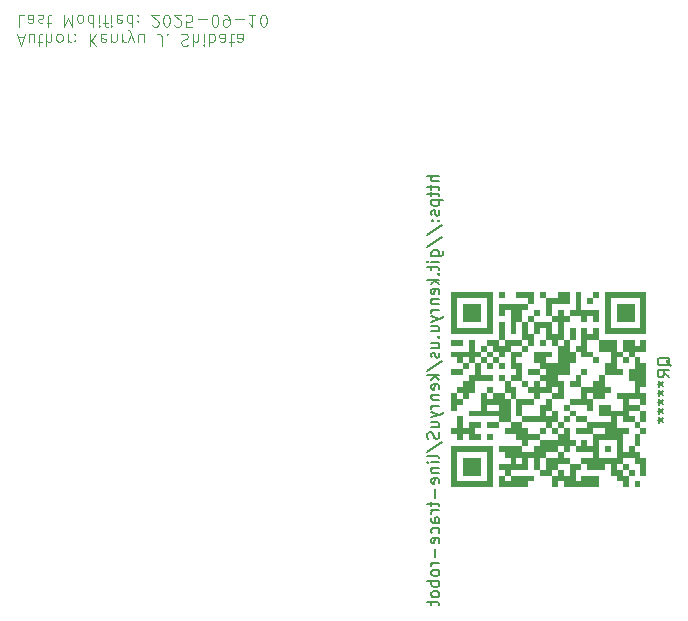
<source format=gbr>
%TF.GenerationSoftware,KiCad,Pcbnew,9.0.4*%
%TF.CreationDate,2025-09-10T21:21:39+09:00*%
%TF.ProjectId,ltr,6c74722e-6b69-4636-9164-5f7063625858,rev?*%
%TF.SameCoordinates,Original*%
%TF.FileFunction,Legend,Bot*%
%TF.FilePolarity,Positive*%
%FSLAX46Y46*%
G04 Gerber Fmt 4.6, Leading zero omitted, Abs format (unit mm)*
G04 Created by KiCad (PCBNEW 9.0.4) date 2025-09-10 21:21:39*
%MOMM*%
%LPD*%
G01*
G04 APERTURE LIST*
%ADD10C,0.100000*%
%ADD11C,0.150000*%
G04 APERTURE END LIST*
D10*
X5506265Y-3483267D02*
X5982455Y-3483267D01*
X5411027Y-3197552D02*
X5744360Y-4197552D01*
X5744360Y-4197552D02*
X6077693Y-3197552D01*
X6839598Y-3864219D02*
X6839598Y-3197552D01*
X6411027Y-3864219D02*
X6411027Y-3340410D01*
X6411027Y-3340410D02*
X6458646Y-3245172D01*
X6458646Y-3245172D02*
X6553884Y-3197552D01*
X6553884Y-3197552D02*
X6696741Y-3197552D01*
X6696741Y-3197552D02*
X6791979Y-3245172D01*
X6791979Y-3245172D02*
X6839598Y-3292791D01*
X7172932Y-3864219D02*
X7553884Y-3864219D01*
X7315789Y-4197552D02*
X7315789Y-3340410D01*
X7315789Y-3340410D02*
X7363408Y-3245172D01*
X7363408Y-3245172D02*
X7458646Y-3197552D01*
X7458646Y-3197552D02*
X7553884Y-3197552D01*
X7887218Y-3197552D02*
X7887218Y-4197552D01*
X8315789Y-3197552D02*
X8315789Y-3721362D01*
X8315789Y-3721362D02*
X8268170Y-3816600D01*
X8268170Y-3816600D02*
X8172932Y-3864219D01*
X8172932Y-3864219D02*
X8030075Y-3864219D01*
X8030075Y-3864219D02*
X7934837Y-3816600D01*
X7934837Y-3816600D02*
X7887218Y-3768981D01*
X8934837Y-3197552D02*
X8839599Y-3245172D01*
X8839599Y-3245172D02*
X8791980Y-3292791D01*
X8791980Y-3292791D02*
X8744361Y-3388029D01*
X8744361Y-3388029D02*
X8744361Y-3673743D01*
X8744361Y-3673743D02*
X8791980Y-3768981D01*
X8791980Y-3768981D02*
X8839599Y-3816600D01*
X8839599Y-3816600D02*
X8934837Y-3864219D01*
X8934837Y-3864219D02*
X9077694Y-3864219D01*
X9077694Y-3864219D02*
X9172932Y-3816600D01*
X9172932Y-3816600D02*
X9220551Y-3768981D01*
X9220551Y-3768981D02*
X9268170Y-3673743D01*
X9268170Y-3673743D02*
X9268170Y-3388029D01*
X9268170Y-3388029D02*
X9220551Y-3292791D01*
X9220551Y-3292791D02*
X9172932Y-3245172D01*
X9172932Y-3245172D02*
X9077694Y-3197552D01*
X9077694Y-3197552D02*
X8934837Y-3197552D01*
X9696742Y-3197552D02*
X9696742Y-3864219D01*
X9696742Y-3673743D02*
X9744361Y-3768981D01*
X9744361Y-3768981D02*
X9791980Y-3816600D01*
X9791980Y-3816600D02*
X9887218Y-3864219D01*
X9887218Y-3864219D02*
X9982456Y-3864219D01*
X10315790Y-3292791D02*
X10363409Y-3245172D01*
X10363409Y-3245172D02*
X10315790Y-3197552D01*
X10315790Y-3197552D02*
X10268171Y-3245172D01*
X10268171Y-3245172D02*
X10315790Y-3292791D01*
X10315790Y-3292791D02*
X10315790Y-3197552D01*
X10315790Y-3816600D02*
X10363409Y-3768981D01*
X10363409Y-3768981D02*
X10315790Y-3721362D01*
X10315790Y-3721362D02*
X10268171Y-3768981D01*
X10268171Y-3768981D02*
X10315790Y-3816600D01*
X10315790Y-3816600D02*
X10315790Y-3721362D01*
X11553885Y-3197552D02*
X11553885Y-4197552D01*
X12125313Y-3197552D02*
X11696742Y-3768981D01*
X12125313Y-4197552D02*
X11553885Y-3626124D01*
X12934837Y-3245172D02*
X12839599Y-3197552D01*
X12839599Y-3197552D02*
X12649123Y-3197552D01*
X12649123Y-3197552D02*
X12553885Y-3245172D01*
X12553885Y-3245172D02*
X12506266Y-3340410D01*
X12506266Y-3340410D02*
X12506266Y-3721362D01*
X12506266Y-3721362D02*
X12553885Y-3816600D01*
X12553885Y-3816600D02*
X12649123Y-3864219D01*
X12649123Y-3864219D02*
X12839599Y-3864219D01*
X12839599Y-3864219D02*
X12934837Y-3816600D01*
X12934837Y-3816600D02*
X12982456Y-3721362D01*
X12982456Y-3721362D02*
X12982456Y-3626124D01*
X12982456Y-3626124D02*
X12506266Y-3530886D01*
X13411028Y-3864219D02*
X13411028Y-3197552D01*
X13411028Y-3768981D02*
X13458647Y-3816600D01*
X13458647Y-3816600D02*
X13553885Y-3864219D01*
X13553885Y-3864219D02*
X13696742Y-3864219D01*
X13696742Y-3864219D02*
X13791980Y-3816600D01*
X13791980Y-3816600D02*
X13839599Y-3721362D01*
X13839599Y-3721362D02*
X13839599Y-3197552D01*
X14315790Y-3197552D02*
X14315790Y-3864219D01*
X14315790Y-3673743D02*
X14363409Y-3768981D01*
X14363409Y-3768981D02*
X14411028Y-3816600D01*
X14411028Y-3816600D02*
X14506266Y-3864219D01*
X14506266Y-3864219D02*
X14601504Y-3864219D01*
X14839600Y-3864219D02*
X15077695Y-3197552D01*
X15315790Y-3864219D02*
X15077695Y-3197552D01*
X15077695Y-3197552D02*
X14982457Y-2959457D01*
X14982457Y-2959457D02*
X14934838Y-2911838D01*
X14934838Y-2911838D02*
X14839600Y-2864219D01*
X16125314Y-3864219D02*
X16125314Y-3197552D01*
X15696743Y-3864219D02*
X15696743Y-3340410D01*
X15696743Y-3340410D02*
X15744362Y-3245172D01*
X15744362Y-3245172D02*
X15839600Y-3197552D01*
X15839600Y-3197552D02*
X15982457Y-3197552D01*
X15982457Y-3197552D02*
X16077695Y-3245172D01*
X16077695Y-3245172D02*
X16125314Y-3292791D01*
X17649124Y-4197552D02*
X17649124Y-3483267D01*
X17649124Y-3483267D02*
X17601505Y-3340410D01*
X17601505Y-3340410D02*
X17506267Y-3245172D01*
X17506267Y-3245172D02*
X17363410Y-3197552D01*
X17363410Y-3197552D02*
X17268172Y-3197552D01*
X18125315Y-3292791D02*
X18172934Y-3245172D01*
X18172934Y-3245172D02*
X18125315Y-3197552D01*
X18125315Y-3197552D02*
X18077696Y-3245172D01*
X18077696Y-3245172D02*
X18125315Y-3292791D01*
X18125315Y-3292791D02*
X18125315Y-3197552D01*
X19315791Y-3245172D02*
X19458648Y-3197552D01*
X19458648Y-3197552D02*
X19696743Y-3197552D01*
X19696743Y-3197552D02*
X19791981Y-3245172D01*
X19791981Y-3245172D02*
X19839600Y-3292791D01*
X19839600Y-3292791D02*
X19887219Y-3388029D01*
X19887219Y-3388029D02*
X19887219Y-3483267D01*
X19887219Y-3483267D02*
X19839600Y-3578505D01*
X19839600Y-3578505D02*
X19791981Y-3626124D01*
X19791981Y-3626124D02*
X19696743Y-3673743D01*
X19696743Y-3673743D02*
X19506267Y-3721362D01*
X19506267Y-3721362D02*
X19411029Y-3768981D01*
X19411029Y-3768981D02*
X19363410Y-3816600D01*
X19363410Y-3816600D02*
X19315791Y-3911838D01*
X19315791Y-3911838D02*
X19315791Y-4007076D01*
X19315791Y-4007076D02*
X19363410Y-4102314D01*
X19363410Y-4102314D02*
X19411029Y-4149933D01*
X19411029Y-4149933D02*
X19506267Y-4197552D01*
X19506267Y-4197552D02*
X19744362Y-4197552D01*
X19744362Y-4197552D02*
X19887219Y-4149933D01*
X20315791Y-3197552D02*
X20315791Y-4197552D01*
X20744362Y-3197552D02*
X20744362Y-3721362D01*
X20744362Y-3721362D02*
X20696743Y-3816600D01*
X20696743Y-3816600D02*
X20601505Y-3864219D01*
X20601505Y-3864219D02*
X20458648Y-3864219D01*
X20458648Y-3864219D02*
X20363410Y-3816600D01*
X20363410Y-3816600D02*
X20315791Y-3768981D01*
X21220553Y-3197552D02*
X21220553Y-3864219D01*
X21220553Y-4197552D02*
X21172934Y-4149933D01*
X21172934Y-4149933D02*
X21220553Y-4102314D01*
X21220553Y-4102314D02*
X21268172Y-4149933D01*
X21268172Y-4149933D02*
X21220553Y-4197552D01*
X21220553Y-4197552D02*
X21220553Y-4102314D01*
X21696743Y-3197552D02*
X21696743Y-4197552D01*
X21696743Y-3816600D02*
X21791981Y-3864219D01*
X21791981Y-3864219D02*
X21982457Y-3864219D01*
X21982457Y-3864219D02*
X22077695Y-3816600D01*
X22077695Y-3816600D02*
X22125314Y-3768981D01*
X22125314Y-3768981D02*
X22172933Y-3673743D01*
X22172933Y-3673743D02*
X22172933Y-3388029D01*
X22172933Y-3388029D02*
X22125314Y-3292791D01*
X22125314Y-3292791D02*
X22077695Y-3245172D01*
X22077695Y-3245172D02*
X21982457Y-3197552D01*
X21982457Y-3197552D02*
X21791981Y-3197552D01*
X21791981Y-3197552D02*
X21696743Y-3245172D01*
X23030076Y-3197552D02*
X23030076Y-3721362D01*
X23030076Y-3721362D02*
X22982457Y-3816600D01*
X22982457Y-3816600D02*
X22887219Y-3864219D01*
X22887219Y-3864219D02*
X22696743Y-3864219D01*
X22696743Y-3864219D02*
X22601505Y-3816600D01*
X23030076Y-3245172D02*
X22934838Y-3197552D01*
X22934838Y-3197552D02*
X22696743Y-3197552D01*
X22696743Y-3197552D02*
X22601505Y-3245172D01*
X22601505Y-3245172D02*
X22553886Y-3340410D01*
X22553886Y-3340410D02*
X22553886Y-3435648D01*
X22553886Y-3435648D02*
X22601505Y-3530886D01*
X22601505Y-3530886D02*
X22696743Y-3578505D01*
X22696743Y-3578505D02*
X22934838Y-3578505D01*
X22934838Y-3578505D02*
X23030076Y-3626124D01*
X23363410Y-3864219D02*
X23744362Y-3864219D01*
X23506267Y-4197552D02*
X23506267Y-3340410D01*
X23506267Y-3340410D02*
X23553886Y-3245172D01*
X23553886Y-3245172D02*
X23649124Y-3197552D01*
X23649124Y-3197552D02*
X23744362Y-3197552D01*
X24506267Y-3197552D02*
X24506267Y-3721362D01*
X24506267Y-3721362D02*
X24458648Y-3816600D01*
X24458648Y-3816600D02*
X24363410Y-3864219D01*
X24363410Y-3864219D02*
X24172934Y-3864219D01*
X24172934Y-3864219D02*
X24077696Y-3816600D01*
X24506267Y-3245172D02*
X24411029Y-3197552D01*
X24411029Y-3197552D02*
X24172934Y-3197552D01*
X24172934Y-3197552D02*
X24077696Y-3245172D01*
X24077696Y-3245172D02*
X24030077Y-3340410D01*
X24030077Y-3340410D02*
X24030077Y-3435648D01*
X24030077Y-3435648D02*
X24077696Y-3530886D01*
X24077696Y-3530886D02*
X24172934Y-3578505D01*
X24172934Y-3578505D02*
X24411029Y-3578505D01*
X24411029Y-3578505D02*
X24506267Y-3626124D01*
X6030074Y-1587608D02*
X5553884Y-1587608D01*
X5553884Y-1587608D02*
X5553884Y-2587608D01*
X6791979Y-1587608D02*
X6791979Y-2111418D01*
X6791979Y-2111418D02*
X6744360Y-2206656D01*
X6744360Y-2206656D02*
X6649122Y-2254275D01*
X6649122Y-2254275D02*
X6458646Y-2254275D01*
X6458646Y-2254275D02*
X6363408Y-2206656D01*
X6791979Y-1635228D02*
X6696741Y-1587608D01*
X6696741Y-1587608D02*
X6458646Y-1587608D01*
X6458646Y-1587608D02*
X6363408Y-1635228D01*
X6363408Y-1635228D02*
X6315789Y-1730466D01*
X6315789Y-1730466D02*
X6315789Y-1825704D01*
X6315789Y-1825704D02*
X6363408Y-1920942D01*
X6363408Y-1920942D02*
X6458646Y-1968561D01*
X6458646Y-1968561D02*
X6696741Y-1968561D01*
X6696741Y-1968561D02*
X6791979Y-2016180D01*
X7220551Y-1635228D02*
X7315789Y-1587608D01*
X7315789Y-1587608D02*
X7506265Y-1587608D01*
X7506265Y-1587608D02*
X7601503Y-1635228D01*
X7601503Y-1635228D02*
X7649122Y-1730466D01*
X7649122Y-1730466D02*
X7649122Y-1778085D01*
X7649122Y-1778085D02*
X7601503Y-1873323D01*
X7601503Y-1873323D02*
X7506265Y-1920942D01*
X7506265Y-1920942D02*
X7363408Y-1920942D01*
X7363408Y-1920942D02*
X7268170Y-1968561D01*
X7268170Y-1968561D02*
X7220551Y-2063799D01*
X7220551Y-2063799D02*
X7220551Y-2111418D01*
X7220551Y-2111418D02*
X7268170Y-2206656D01*
X7268170Y-2206656D02*
X7363408Y-2254275D01*
X7363408Y-2254275D02*
X7506265Y-2254275D01*
X7506265Y-2254275D02*
X7601503Y-2206656D01*
X7934837Y-2254275D02*
X8315789Y-2254275D01*
X8077694Y-2587608D02*
X8077694Y-1730466D01*
X8077694Y-1730466D02*
X8125313Y-1635228D01*
X8125313Y-1635228D02*
X8220551Y-1587608D01*
X8220551Y-1587608D02*
X8315789Y-1587608D01*
X9411028Y-1587608D02*
X9411028Y-2587608D01*
X9411028Y-2587608D02*
X9744361Y-1873323D01*
X9744361Y-1873323D02*
X10077694Y-2587608D01*
X10077694Y-2587608D02*
X10077694Y-1587608D01*
X10696742Y-1587608D02*
X10601504Y-1635228D01*
X10601504Y-1635228D02*
X10553885Y-1682847D01*
X10553885Y-1682847D02*
X10506266Y-1778085D01*
X10506266Y-1778085D02*
X10506266Y-2063799D01*
X10506266Y-2063799D02*
X10553885Y-2159037D01*
X10553885Y-2159037D02*
X10601504Y-2206656D01*
X10601504Y-2206656D02*
X10696742Y-2254275D01*
X10696742Y-2254275D02*
X10839599Y-2254275D01*
X10839599Y-2254275D02*
X10934837Y-2206656D01*
X10934837Y-2206656D02*
X10982456Y-2159037D01*
X10982456Y-2159037D02*
X11030075Y-2063799D01*
X11030075Y-2063799D02*
X11030075Y-1778085D01*
X11030075Y-1778085D02*
X10982456Y-1682847D01*
X10982456Y-1682847D02*
X10934837Y-1635228D01*
X10934837Y-1635228D02*
X10839599Y-1587608D01*
X10839599Y-1587608D02*
X10696742Y-1587608D01*
X11887218Y-1587608D02*
X11887218Y-2587608D01*
X11887218Y-1635228D02*
X11791980Y-1587608D01*
X11791980Y-1587608D02*
X11601504Y-1587608D01*
X11601504Y-1587608D02*
X11506266Y-1635228D01*
X11506266Y-1635228D02*
X11458647Y-1682847D01*
X11458647Y-1682847D02*
X11411028Y-1778085D01*
X11411028Y-1778085D02*
X11411028Y-2063799D01*
X11411028Y-2063799D02*
X11458647Y-2159037D01*
X11458647Y-2159037D02*
X11506266Y-2206656D01*
X11506266Y-2206656D02*
X11601504Y-2254275D01*
X11601504Y-2254275D02*
X11791980Y-2254275D01*
X11791980Y-2254275D02*
X11887218Y-2206656D01*
X12363409Y-1587608D02*
X12363409Y-2254275D01*
X12363409Y-2587608D02*
X12315790Y-2539989D01*
X12315790Y-2539989D02*
X12363409Y-2492370D01*
X12363409Y-2492370D02*
X12411028Y-2539989D01*
X12411028Y-2539989D02*
X12363409Y-2587608D01*
X12363409Y-2587608D02*
X12363409Y-2492370D01*
X12696742Y-2254275D02*
X13077694Y-2254275D01*
X12839599Y-1587608D02*
X12839599Y-2444751D01*
X12839599Y-2444751D02*
X12887218Y-2539989D01*
X12887218Y-2539989D02*
X12982456Y-2587608D01*
X12982456Y-2587608D02*
X13077694Y-2587608D01*
X13411028Y-1587608D02*
X13411028Y-2254275D01*
X13411028Y-2587608D02*
X13363409Y-2539989D01*
X13363409Y-2539989D02*
X13411028Y-2492370D01*
X13411028Y-2492370D02*
X13458647Y-2539989D01*
X13458647Y-2539989D02*
X13411028Y-2587608D01*
X13411028Y-2587608D02*
X13411028Y-2492370D01*
X14268170Y-1635228D02*
X14172932Y-1587608D01*
X14172932Y-1587608D02*
X13982456Y-1587608D01*
X13982456Y-1587608D02*
X13887218Y-1635228D01*
X13887218Y-1635228D02*
X13839599Y-1730466D01*
X13839599Y-1730466D02*
X13839599Y-2111418D01*
X13839599Y-2111418D02*
X13887218Y-2206656D01*
X13887218Y-2206656D02*
X13982456Y-2254275D01*
X13982456Y-2254275D02*
X14172932Y-2254275D01*
X14172932Y-2254275D02*
X14268170Y-2206656D01*
X14268170Y-2206656D02*
X14315789Y-2111418D01*
X14315789Y-2111418D02*
X14315789Y-2016180D01*
X14315789Y-2016180D02*
X13839599Y-1920942D01*
X15172932Y-1587608D02*
X15172932Y-2587608D01*
X15172932Y-1635228D02*
X15077694Y-1587608D01*
X15077694Y-1587608D02*
X14887218Y-1587608D01*
X14887218Y-1587608D02*
X14791980Y-1635228D01*
X14791980Y-1635228D02*
X14744361Y-1682847D01*
X14744361Y-1682847D02*
X14696742Y-1778085D01*
X14696742Y-1778085D02*
X14696742Y-2063799D01*
X14696742Y-2063799D02*
X14744361Y-2159037D01*
X14744361Y-2159037D02*
X14791980Y-2206656D01*
X14791980Y-2206656D02*
X14887218Y-2254275D01*
X14887218Y-2254275D02*
X15077694Y-2254275D01*
X15077694Y-2254275D02*
X15172932Y-2206656D01*
X15649123Y-1682847D02*
X15696742Y-1635228D01*
X15696742Y-1635228D02*
X15649123Y-1587608D01*
X15649123Y-1587608D02*
X15601504Y-1635228D01*
X15601504Y-1635228D02*
X15649123Y-1682847D01*
X15649123Y-1682847D02*
X15649123Y-1587608D01*
X15649123Y-2206656D02*
X15696742Y-2159037D01*
X15696742Y-2159037D02*
X15649123Y-2111418D01*
X15649123Y-2111418D02*
X15601504Y-2159037D01*
X15601504Y-2159037D02*
X15649123Y-2206656D01*
X15649123Y-2206656D02*
X15649123Y-2111418D01*
X16839599Y-2492370D02*
X16887218Y-2539989D01*
X16887218Y-2539989D02*
X16982456Y-2587608D01*
X16982456Y-2587608D02*
X17220551Y-2587608D01*
X17220551Y-2587608D02*
X17315789Y-2539989D01*
X17315789Y-2539989D02*
X17363408Y-2492370D01*
X17363408Y-2492370D02*
X17411027Y-2397132D01*
X17411027Y-2397132D02*
X17411027Y-2301894D01*
X17411027Y-2301894D02*
X17363408Y-2159037D01*
X17363408Y-2159037D02*
X16791980Y-1587608D01*
X16791980Y-1587608D02*
X17411027Y-1587608D01*
X18030075Y-2587608D02*
X18125313Y-2587608D01*
X18125313Y-2587608D02*
X18220551Y-2539989D01*
X18220551Y-2539989D02*
X18268170Y-2492370D01*
X18268170Y-2492370D02*
X18315789Y-2397132D01*
X18315789Y-2397132D02*
X18363408Y-2206656D01*
X18363408Y-2206656D02*
X18363408Y-1968561D01*
X18363408Y-1968561D02*
X18315789Y-1778085D01*
X18315789Y-1778085D02*
X18268170Y-1682847D01*
X18268170Y-1682847D02*
X18220551Y-1635228D01*
X18220551Y-1635228D02*
X18125313Y-1587608D01*
X18125313Y-1587608D02*
X18030075Y-1587608D01*
X18030075Y-1587608D02*
X17934837Y-1635228D01*
X17934837Y-1635228D02*
X17887218Y-1682847D01*
X17887218Y-1682847D02*
X17839599Y-1778085D01*
X17839599Y-1778085D02*
X17791980Y-1968561D01*
X17791980Y-1968561D02*
X17791980Y-2206656D01*
X17791980Y-2206656D02*
X17839599Y-2397132D01*
X17839599Y-2397132D02*
X17887218Y-2492370D01*
X17887218Y-2492370D02*
X17934837Y-2539989D01*
X17934837Y-2539989D02*
X18030075Y-2587608D01*
X18744361Y-2492370D02*
X18791980Y-2539989D01*
X18791980Y-2539989D02*
X18887218Y-2587608D01*
X18887218Y-2587608D02*
X19125313Y-2587608D01*
X19125313Y-2587608D02*
X19220551Y-2539989D01*
X19220551Y-2539989D02*
X19268170Y-2492370D01*
X19268170Y-2492370D02*
X19315789Y-2397132D01*
X19315789Y-2397132D02*
X19315789Y-2301894D01*
X19315789Y-2301894D02*
X19268170Y-2159037D01*
X19268170Y-2159037D02*
X18696742Y-1587608D01*
X18696742Y-1587608D02*
X19315789Y-1587608D01*
X20220551Y-2587608D02*
X19744361Y-2587608D01*
X19744361Y-2587608D02*
X19696742Y-2111418D01*
X19696742Y-2111418D02*
X19744361Y-2159037D01*
X19744361Y-2159037D02*
X19839599Y-2206656D01*
X19839599Y-2206656D02*
X20077694Y-2206656D01*
X20077694Y-2206656D02*
X20172932Y-2159037D01*
X20172932Y-2159037D02*
X20220551Y-2111418D01*
X20220551Y-2111418D02*
X20268170Y-2016180D01*
X20268170Y-2016180D02*
X20268170Y-1778085D01*
X20268170Y-1778085D02*
X20220551Y-1682847D01*
X20220551Y-1682847D02*
X20172932Y-1635228D01*
X20172932Y-1635228D02*
X20077694Y-1587608D01*
X20077694Y-1587608D02*
X19839599Y-1587608D01*
X19839599Y-1587608D02*
X19744361Y-1635228D01*
X19744361Y-1635228D02*
X19696742Y-1682847D01*
X20696742Y-1968561D02*
X21458647Y-1968561D01*
X22125313Y-2587608D02*
X22220551Y-2587608D01*
X22220551Y-2587608D02*
X22315789Y-2539989D01*
X22315789Y-2539989D02*
X22363408Y-2492370D01*
X22363408Y-2492370D02*
X22411027Y-2397132D01*
X22411027Y-2397132D02*
X22458646Y-2206656D01*
X22458646Y-2206656D02*
X22458646Y-1968561D01*
X22458646Y-1968561D02*
X22411027Y-1778085D01*
X22411027Y-1778085D02*
X22363408Y-1682847D01*
X22363408Y-1682847D02*
X22315789Y-1635228D01*
X22315789Y-1635228D02*
X22220551Y-1587608D01*
X22220551Y-1587608D02*
X22125313Y-1587608D01*
X22125313Y-1587608D02*
X22030075Y-1635228D01*
X22030075Y-1635228D02*
X21982456Y-1682847D01*
X21982456Y-1682847D02*
X21934837Y-1778085D01*
X21934837Y-1778085D02*
X21887218Y-1968561D01*
X21887218Y-1968561D02*
X21887218Y-2206656D01*
X21887218Y-2206656D02*
X21934837Y-2397132D01*
X21934837Y-2397132D02*
X21982456Y-2492370D01*
X21982456Y-2492370D02*
X22030075Y-2539989D01*
X22030075Y-2539989D02*
X22125313Y-2587608D01*
X22934837Y-1587608D02*
X23125313Y-1587608D01*
X23125313Y-1587608D02*
X23220551Y-1635228D01*
X23220551Y-1635228D02*
X23268170Y-1682847D01*
X23268170Y-1682847D02*
X23363408Y-1825704D01*
X23363408Y-1825704D02*
X23411027Y-2016180D01*
X23411027Y-2016180D02*
X23411027Y-2397132D01*
X23411027Y-2397132D02*
X23363408Y-2492370D01*
X23363408Y-2492370D02*
X23315789Y-2539989D01*
X23315789Y-2539989D02*
X23220551Y-2587608D01*
X23220551Y-2587608D02*
X23030075Y-2587608D01*
X23030075Y-2587608D02*
X22934837Y-2539989D01*
X22934837Y-2539989D02*
X22887218Y-2492370D01*
X22887218Y-2492370D02*
X22839599Y-2397132D01*
X22839599Y-2397132D02*
X22839599Y-2159037D01*
X22839599Y-2159037D02*
X22887218Y-2063799D01*
X22887218Y-2063799D02*
X22934837Y-2016180D01*
X22934837Y-2016180D02*
X23030075Y-1968561D01*
X23030075Y-1968561D02*
X23220551Y-1968561D01*
X23220551Y-1968561D02*
X23315789Y-2016180D01*
X23315789Y-2016180D02*
X23363408Y-2063799D01*
X23363408Y-2063799D02*
X23411027Y-2159037D01*
X23839599Y-1968561D02*
X24601504Y-1968561D01*
X25601503Y-1587608D02*
X25030075Y-1587608D01*
X25315789Y-1587608D02*
X25315789Y-2587608D01*
X25315789Y-2587608D02*
X25220551Y-2444751D01*
X25220551Y-2444751D02*
X25125313Y-2349513D01*
X25125313Y-2349513D02*
X25030075Y-2301894D01*
X26220551Y-2587608D02*
X26315789Y-2587608D01*
X26315789Y-2587608D02*
X26411027Y-2539989D01*
X26411027Y-2539989D02*
X26458646Y-2492370D01*
X26458646Y-2492370D02*
X26506265Y-2397132D01*
X26506265Y-2397132D02*
X26553884Y-2206656D01*
X26553884Y-2206656D02*
X26553884Y-1968561D01*
X26553884Y-1968561D02*
X26506265Y-1778085D01*
X26506265Y-1778085D02*
X26458646Y-1682847D01*
X26458646Y-1682847D02*
X26411027Y-1635228D01*
X26411027Y-1635228D02*
X26315789Y-1587608D01*
X26315789Y-1587608D02*
X26220551Y-1587608D01*
X26220551Y-1587608D02*
X26125313Y-1635228D01*
X26125313Y-1635228D02*
X26077694Y-1682847D01*
X26077694Y-1682847D02*
X26030075Y-1778085D01*
X26030075Y-1778085D02*
X25982456Y-1968561D01*
X25982456Y-1968561D02*
X25982456Y-2206656D01*
X25982456Y-2206656D02*
X26030075Y-2397132D01*
X26030075Y-2397132D02*
X26077694Y-2492370D01*
X26077694Y-2492370D02*
X26125313Y-2539989D01*
X26125313Y-2539989D02*
X26220551Y-2587608D01*
D11*
X60750057Y-31326189D02*
X60702438Y-31230951D01*
X60702438Y-31230951D02*
X60607200Y-31135713D01*
X60607200Y-31135713D02*
X60464342Y-30992856D01*
X60464342Y-30992856D02*
X60416723Y-30897618D01*
X60416723Y-30897618D02*
X60416723Y-30802380D01*
X60654819Y-30849999D02*
X60607200Y-30754761D01*
X60607200Y-30754761D02*
X60511961Y-30659523D01*
X60511961Y-30659523D02*
X60321485Y-30611904D01*
X60321485Y-30611904D02*
X59988152Y-30611904D01*
X59988152Y-30611904D02*
X59797676Y-30659523D01*
X59797676Y-30659523D02*
X59702438Y-30754761D01*
X59702438Y-30754761D02*
X59654819Y-30849999D01*
X59654819Y-30849999D02*
X59654819Y-31040475D01*
X59654819Y-31040475D02*
X59702438Y-31135713D01*
X59702438Y-31135713D02*
X59797676Y-31230951D01*
X59797676Y-31230951D02*
X59988152Y-31278570D01*
X59988152Y-31278570D02*
X60321485Y-31278570D01*
X60321485Y-31278570D02*
X60511961Y-31230951D01*
X60511961Y-31230951D02*
X60607200Y-31135713D01*
X60607200Y-31135713D02*
X60654819Y-31040475D01*
X60654819Y-31040475D02*
X60654819Y-30849999D01*
X60654819Y-32278570D02*
X60178628Y-31945237D01*
X60654819Y-31707142D02*
X59654819Y-31707142D01*
X59654819Y-31707142D02*
X59654819Y-32088094D01*
X59654819Y-32088094D02*
X59702438Y-32183332D01*
X59702438Y-32183332D02*
X59750057Y-32230951D01*
X59750057Y-32230951D02*
X59845295Y-32278570D01*
X59845295Y-32278570D02*
X59988152Y-32278570D01*
X59988152Y-32278570D02*
X60083390Y-32230951D01*
X60083390Y-32230951D02*
X60131009Y-32183332D01*
X60131009Y-32183332D02*
X60178628Y-32088094D01*
X60178628Y-32088094D02*
X60178628Y-31707142D01*
X59654819Y-32849999D02*
X59892914Y-32849999D01*
X59797676Y-32611904D02*
X59892914Y-32849999D01*
X59892914Y-32849999D02*
X59797676Y-33088094D01*
X60083390Y-32707142D02*
X59892914Y-32849999D01*
X59892914Y-32849999D02*
X60083390Y-32992856D01*
X59654819Y-33611904D02*
X59892914Y-33611904D01*
X59797676Y-33373809D02*
X59892914Y-33611904D01*
X59892914Y-33611904D02*
X59797676Y-33849999D01*
X60083390Y-33469047D02*
X59892914Y-33611904D01*
X59892914Y-33611904D02*
X60083390Y-33754761D01*
X59654819Y-34373809D02*
X59892914Y-34373809D01*
X59797676Y-34135714D02*
X59892914Y-34373809D01*
X59892914Y-34373809D02*
X59797676Y-34611904D01*
X60083390Y-34230952D02*
X59892914Y-34373809D01*
X59892914Y-34373809D02*
X60083390Y-34516666D01*
X59654819Y-35135714D02*
X59892914Y-35135714D01*
X59797676Y-34897619D02*
X59892914Y-35135714D01*
X59892914Y-35135714D02*
X59797676Y-35373809D01*
X60083390Y-34992857D02*
X59892914Y-35135714D01*
X59892914Y-35135714D02*
X60083390Y-35278571D01*
X59654819Y-35897619D02*
X59892914Y-35897619D01*
X59797676Y-35659524D02*
X59892914Y-35897619D01*
X59892914Y-35897619D02*
X59797676Y-36135714D01*
X60083390Y-35754762D02*
X59892914Y-35897619D01*
X59892914Y-35897619D02*
X60083390Y-36040476D01*
X41154819Y-15254760D02*
X40154819Y-15254760D01*
X41154819Y-15683331D02*
X40631009Y-15683331D01*
X40631009Y-15683331D02*
X40535771Y-15635712D01*
X40535771Y-15635712D02*
X40488152Y-15540474D01*
X40488152Y-15540474D02*
X40488152Y-15397617D01*
X40488152Y-15397617D02*
X40535771Y-15302379D01*
X40535771Y-15302379D02*
X40583390Y-15254760D01*
X40488152Y-16016665D02*
X40488152Y-16397617D01*
X40154819Y-16159522D02*
X41011961Y-16159522D01*
X41011961Y-16159522D02*
X41107200Y-16207141D01*
X41107200Y-16207141D02*
X41154819Y-16302379D01*
X41154819Y-16302379D02*
X41154819Y-16397617D01*
X40488152Y-16588094D02*
X40488152Y-16969046D01*
X40154819Y-16730951D02*
X41011961Y-16730951D01*
X41011961Y-16730951D02*
X41107200Y-16778570D01*
X41107200Y-16778570D02*
X41154819Y-16873808D01*
X41154819Y-16873808D02*
X41154819Y-16969046D01*
X40488152Y-17302380D02*
X41488152Y-17302380D01*
X40535771Y-17302380D02*
X40488152Y-17397618D01*
X40488152Y-17397618D02*
X40488152Y-17588094D01*
X40488152Y-17588094D02*
X40535771Y-17683332D01*
X40535771Y-17683332D02*
X40583390Y-17730951D01*
X40583390Y-17730951D02*
X40678628Y-17778570D01*
X40678628Y-17778570D02*
X40964342Y-17778570D01*
X40964342Y-17778570D02*
X41059580Y-17730951D01*
X41059580Y-17730951D02*
X41107200Y-17683332D01*
X41107200Y-17683332D02*
X41154819Y-17588094D01*
X41154819Y-17588094D02*
X41154819Y-17397618D01*
X41154819Y-17397618D02*
X41107200Y-17302380D01*
X41107200Y-18159523D02*
X41154819Y-18254761D01*
X41154819Y-18254761D02*
X41154819Y-18445237D01*
X41154819Y-18445237D02*
X41107200Y-18540475D01*
X41107200Y-18540475D02*
X41011961Y-18588094D01*
X41011961Y-18588094D02*
X40964342Y-18588094D01*
X40964342Y-18588094D02*
X40869104Y-18540475D01*
X40869104Y-18540475D02*
X40821485Y-18445237D01*
X40821485Y-18445237D02*
X40821485Y-18302380D01*
X40821485Y-18302380D02*
X40773866Y-18207142D01*
X40773866Y-18207142D02*
X40678628Y-18159523D01*
X40678628Y-18159523D02*
X40631009Y-18159523D01*
X40631009Y-18159523D02*
X40535771Y-18207142D01*
X40535771Y-18207142D02*
X40488152Y-18302380D01*
X40488152Y-18302380D02*
X40488152Y-18445237D01*
X40488152Y-18445237D02*
X40535771Y-18540475D01*
X41059580Y-19016666D02*
X41107200Y-19064285D01*
X41107200Y-19064285D02*
X41154819Y-19016666D01*
X41154819Y-19016666D02*
X41107200Y-18969047D01*
X41107200Y-18969047D02*
X41059580Y-19016666D01*
X41059580Y-19016666D02*
X41154819Y-19016666D01*
X40535771Y-19016666D02*
X40583390Y-19064285D01*
X40583390Y-19064285D02*
X40631009Y-19016666D01*
X40631009Y-19016666D02*
X40583390Y-18969047D01*
X40583390Y-18969047D02*
X40535771Y-19016666D01*
X40535771Y-19016666D02*
X40631009Y-19016666D01*
X40107200Y-20207141D02*
X41392914Y-19349999D01*
X40107200Y-21254760D02*
X41392914Y-20397618D01*
X40488152Y-22016665D02*
X41297676Y-22016665D01*
X41297676Y-22016665D02*
X41392914Y-21969046D01*
X41392914Y-21969046D02*
X41440533Y-21921427D01*
X41440533Y-21921427D02*
X41488152Y-21826189D01*
X41488152Y-21826189D02*
X41488152Y-21683332D01*
X41488152Y-21683332D02*
X41440533Y-21588094D01*
X41107200Y-22016665D02*
X41154819Y-21921427D01*
X41154819Y-21921427D02*
X41154819Y-21730951D01*
X41154819Y-21730951D02*
X41107200Y-21635713D01*
X41107200Y-21635713D02*
X41059580Y-21588094D01*
X41059580Y-21588094D02*
X40964342Y-21540475D01*
X40964342Y-21540475D02*
X40678628Y-21540475D01*
X40678628Y-21540475D02*
X40583390Y-21588094D01*
X40583390Y-21588094D02*
X40535771Y-21635713D01*
X40535771Y-21635713D02*
X40488152Y-21730951D01*
X40488152Y-21730951D02*
X40488152Y-21921427D01*
X40488152Y-21921427D02*
X40535771Y-22016665D01*
X41154819Y-22492856D02*
X40488152Y-22492856D01*
X40154819Y-22492856D02*
X40202438Y-22445237D01*
X40202438Y-22445237D02*
X40250057Y-22492856D01*
X40250057Y-22492856D02*
X40202438Y-22540475D01*
X40202438Y-22540475D02*
X40154819Y-22492856D01*
X40154819Y-22492856D02*
X40250057Y-22492856D01*
X40488152Y-22826189D02*
X40488152Y-23207141D01*
X40154819Y-22969046D02*
X41011961Y-22969046D01*
X41011961Y-22969046D02*
X41107200Y-23016665D01*
X41107200Y-23016665D02*
X41154819Y-23111903D01*
X41154819Y-23111903D02*
X41154819Y-23207141D01*
X41059580Y-23540475D02*
X41107200Y-23588094D01*
X41107200Y-23588094D02*
X41154819Y-23540475D01*
X41154819Y-23540475D02*
X41107200Y-23492856D01*
X41107200Y-23492856D02*
X41059580Y-23540475D01*
X41059580Y-23540475D02*
X41154819Y-23540475D01*
X41154819Y-24016665D02*
X40154819Y-24016665D01*
X40773866Y-24111903D02*
X41154819Y-24397617D01*
X40488152Y-24397617D02*
X40869104Y-24016665D01*
X41107200Y-25207141D02*
X41154819Y-25111903D01*
X41154819Y-25111903D02*
X41154819Y-24921427D01*
X41154819Y-24921427D02*
X41107200Y-24826189D01*
X41107200Y-24826189D02*
X41011961Y-24778570D01*
X41011961Y-24778570D02*
X40631009Y-24778570D01*
X40631009Y-24778570D02*
X40535771Y-24826189D01*
X40535771Y-24826189D02*
X40488152Y-24921427D01*
X40488152Y-24921427D02*
X40488152Y-25111903D01*
X40488152Y-25111903D02*
X40535771Y-25207141D01*
X40535771Y-25207141D02*
X40631009Y-25254760D01*
X40631009Y-25254760D02*
X40726247Y-25254760D01*
X40726247Y-25254760D02*
X40821485Y-24778570D01*
X40488152Y-25683332D02*
X41154819Y-25683332D01*
X40583390Y-25683332D02*
X40535771Y-25730951D01*
X40535771Y-25730951D02*
X40488152Y-25826189D01*
X40488152Y-25826189D02*
X40488152Y-25969046D01*
X40488152Y-25969046D02*
X40535771Y-26064284D01*
X40535771Y-26064284D02*
X40631009Y-26111903D01*
X40631009Y-26111903D02*
X41154819Y-26111903D01*
X41154819Y-26588094D02*
X40488152Y-26588094D01*
X40678628Y-26588094D02*
X40583390Y-26635713D01*
X40583390Y-26635713D02*
X40535771Y-26683332D01*
X40535771Y-26683332D02*
X40488152Y-26778570D01*
X40488152Y-26778570D02*
X40488152Y-26873808D01*
X40488152Y-27111904D02*
X41154819Y-27349999D01*
X40488152Y-27588094D02*
X41154819Y-27349999D01*
X41154819Y-27349999D02*
X41392914Y-27254761D01*
X41392914Y-27254761D02*
X41440533Y-27207142D01*
X41440533Y-27207142D02*
X41488152Y-27111904D01*
X40488152Y-28397618D02*
X41154819Y-28397618D01*
X40488152Y-27969047D02*
X41011961Y-27969047D01*
X41011961Y-27969047D02*
X41107200Y-28016666D01*
X41107200Y-28016666D02*
X41154819Y-28111904D01*
X41154819Y-28111904D02*
X41154819Y-28254761D01*
X41154819Y-28254761D02*
X41107200Y-28349999D01*
X41107200Y-28349999D02*
X41059580Y-28397618D01*
X41059580Y-28873809D02*
X41107200Y-28921428D01*
X41107200Y-28921428D02*
X41154819Y-28873809D01*
X41154819Y-28873809D02*
X41107200Y-28826190D01*
X41107200Y-28826190D02*
X41059580Y-28873809D01*
X41059580Y-28873809D02*
X41154819Y-28873809D01*
X40488152Y-29778570D02*
X41154819Y-29778570D01*
X40488152Y-29349999D02*
X41011961Y-29349999D01*
X41011961Y-29349999D02*
X41107200Y-29397618D01*
X41107200Y-29397618D02*
X41154819Y-29492856D01*
X41154819Y-29492856D02*
X41154819Y-29635713D01*
X41154819Y-29635713D02*
X41107200Y-29730951D01*
X41107200Y-29730951D02*
X41059580Y-29778570D01*
X41107200Y-30207142D02*
X41154819Y-30302380D01*
X41154819Y-30302380D02*
X41154819Y-30492856D01*
X41154819Y-30492856D02*
X41107200Y-30588094D01*
X41107200Y-30588094D02*
X41011961Y-30635713D01*
X41011961Y-30635713D02*
X40964342Y-30635713D01*
X40964342Y-30635713D02*
X40869104Y-30588094D01*
X40869104Y-30588094D02*
X40821485Y-30492856D01*
X40821485Y-30492856D02*
X40821485Y-30349999D01*
X40821485Y-30349999D02*
X40773866Y-30254761D01*
X40773866Y-30254761D02*
X40678628Y-30207142D01*
X40678628Y-30207142D02*
X40631009Y-30207142D01*
X40631009Y-30207142D02*
X40535771Y-30254761D01*
X40535771Y-30254761D02*
X40488152Y-30349999D01*
X40488152Y-30349999D02*
X40488152Y-30492856D01*
X40488152Y-30492856D02*
X40535771Y-30588094D01*
X40107200Y-31778570D02*
X41392914Y-30921428D01*
X41154819Y-32111904D02*
X40154819Y-32111904D01*
X40773866Y-32207142D02*
X41154819Y-32492856D01*
X40488152Y-32492856D02*
X40869104Y-32111904D01*
X41107200Y-33302380D02*
X41154819Y-33207142D01*
X41154819Y-33207142D02*
X41154819Y-33016666D01*
X41154819Y-33016666D02*
X41107200Y-32921428D01*
X41107200Y-32921428D02*
X41011961Y-32873809D01*
X41011961Y-32873809D02*
X40631009Y-32873809D01*
X40631009Y-32873809D02*
X40535771Y-32921428D01*
X40535771Y-32921428D02*
X40488152Y-33016666D01*
X40488152Y-33016666D02*
X40488152Y-33207142D01*
X40488152Y-33207142D02*
X40535771Y-33302380D01*
X40535771Y-33302380D02*
X40631009Y-33349999D01*
X40631009Y-33349999D02*
X40726247Y-33349999D01*
X40726247Y-33349999D02*
X40821485Y-32873809D01*
X40488152Y-33778571D02*
X41154819Y-33778571D01*
X40583390Y-33778571D02*
X40535771Y-33826190D01*
X40535771Y-33826190D02*
X40488152Y-33921428D01*
X40488152Y-33921428D02*
X40488152Y-34064285D01*
X40488152Y-34064285D02*
X40535771Y-34159523D01*
X40535771Y-34159523D02*
X40631009Y-34207142D01*
X40631009Y-34207142D02*
X41154819Y-34207142D01*
X41154819Y-34683333D02*
X40488152Y-34683333D01*
X40678628Y-34683333D02*
X40583390Y-34730952D01*
X40583390Y-34730952D02*
X40535771Y-34778571D01*
X40535771Y-34778571D02*
X40488152Y-34873809D01*
X40488152Y-34873809D02*
X40488152Y-34969047D01*
X40488152Y-35207143D02*
X41154819Y-35445238D01*
X40488152Y-35683333D02*
X41154819Y-35445238D01*
X41154819Y-35445238D02*
X41392914Y-35350000D01*
X41392914Y-35350000D02*
X41440533Y-35302381D01*
X41440533Y-35302381D02*
X41488152Y-35207143D01*
X40488152Y-36492857D02*
X41154819Y-36492857D01*
X40488152Y-36064286D02*
X41011961Y-36064286D01*
X41011961Y-36064286D02*
X41107200Y-36111905D01*
X41107200Y-36111905D02*
X41154819Y-36207143D01*
X41154819Y-36207143D02*
X41154819Y-36350000D01*
X41154819Y-36350000D02*
X41107200Y-36445238D01*
X41107200Y-36445238D02*
X41059580Y-36492857D01*
X41107200Y-36921429D02*
X41154819Y-37064286D01*
X41154819Y-37064286D02*
X41154819Y-37302381D01*
X41154819Y-37302381D02*
X41107200Y-37397619D01*
X41107200Y-37397619D02*
X41059580Y-37445238D01*
X41059580Y-37445238D02*
X40964342Y-37492857D01*
X40964342Y-37492857D02*
X40869104Y-37492857D01*
X40869104Y-37492857D02*
X40773866Y-37445238D01*
X40773866Y-37445238D02*
X40726247Y-37397619D01*
X40726247Y-37397619D02*
X40678628Y-37302381D01*
X40678628Y-37302381D02*
X40631009Y-37111905D01*
X40631009Y-37111905D02*
X40583390Y-37016667D01*
X40583390Y-37016667D02*
X40535771Y-36969048D01*
X40535771Y-36969048D02*
X40440533Y-36921429D01*
X40440533Y-36921429D02*
X40345295Y-36921429D01*
X40345295Y-36921429D02*
X40250057Y-36969048D01*
X40250057Y-36969048D02*
X40202438Y-37016667D01*
X40202438Y-37016667D02*
X40154819Y-37111905D01*
X40154819Y-37111905D02*
X40154819Y-37350000D01*
X40154819Y-37350000D02*
X40202438Y-37492857D01*
X40107200Y-38635714D02*
X41392914Y-37778572D01*
X41154819Y-39111905D02*
X41107200Y-39016667D01*
X41107200Y-39016667D02*
X41011961Y-38969048D01*
X41011961Y-38969048D02*
X40154819Y-38969048D01*
X41154819Y-39492858D02*
X40488152Y-39492858D01*
X40154819Y-39492858D02*
X40202438Y-39445239D01*
X40202438Y-39445239D02*
X40250057Y-39492858D01*
X40250057Y-39492858D02*
X40202438Y-39540477D01*
X40202438Y-39540477D02*
X40154819Y-39492858D01*
X40154819Y-39492858D02*
X40250057Y-39492858D01*
X40488152Y-39969048D02*
X41154819Y-39969048D01*
X40583390Y-39969048D02*
X40535771Y-40016667D01*
X40535771Y-40016667D02*
X40488152Y-40111905D01*
X40488152Y-40111905D02*
X40488152Y-40254762D01*
X40488152Y-40254762D02*
X40535771Y-40350000D01*
X40535771Y-40350000D02*
X40631009Y-40397619D01*
X40631009Y-40397619D02*
X41154819Y-40397619D01*
X41107200Y-41254762D02*
X41154819Y-41159524D01*
X41154819Y-41159524D02*
X41154819Y-40969048D01*
X41154819Y-40969048D02*
X41107200Y-40873810D01*
X41107200Y-40873810D02*
X41011961Y-40826191D01*
X41011961Y-40826191D02*
X40631009Y-40826191D01*
X40631009Y-40826191D02*
X40535771Y-40873810D01*
X40535771Y-40873810D02*
X40488152Y-40969048D01*
X40488152Y-40969048D02*
X40488152Y-41159524D01*
X40488152Y-41159524D02*
X40535771Y-41254762D01*
X40535771Y-41254762D02*
X40631009Y-41302381D01*
X40631009Y-41302381D02*
X40726247Y-41302381D01*
X40726247Y-41302381D02*
X40821485Y-40826191D01*
X40773866Y-41730953D02*
X40773866Y-42492858D01*
X40488152Y-42826191D02*
X40488152Y-43207143D01*
X40154819Y-42969048D02*
X41011961Y-42969048D01*
X41011961Y-42969048D02*
X41107200Y-43016667D01*
X41107200Y-43016667D02*
X41154819Y-43111905D01*
X41154819Y-43111905D02*
X41154819Y-43207143D01*
X41154819Y-43540477D02*
X40488152Y-43540477D01*
X40678628Y-43540477D02*
X40583390Y-43588096D01*
X40583390Y-43588096D02*
X40535771Y-43635715D01*
X40535771Y-43635715D02*
X40488152Y-43730953D01*
X40488152Y-43730953D02*
X40488152Y-43826191D01*
X41154819Y-44588096D02*
X40631009Y-44588096D01*
X40631009Y-44588096D02*
X40535771Y-44540477D01*
X40535771Y-44540477D02*
X40488152Y-44445239D01*
X40488152Y-44445239D02*
X40488152Y-44254763D01*
X40488152Y-44254763D02*
X40535771Y-44159525D01*
X41107200Y-44588096D02*
X41154819Y-44492858D01*
X41154819Y-44492858D02*
X41154819Y-44254763D01*
X41154819Y-44254763D02*
X41107200Y-44159525D01*
X41107200Y-44159525D02*
X41011961Y-44111906D01*
X41011961Y-44111906D02*
X40916723Y-44111906D01*
X40916723Y-44111906D02*
X40821485Y-44159525D01*
X40821485Y-44159525D02*
X40773866Y-44254763D01*
X40773866Y-44254763D02*
X40773866Y-44492858D01*
X40773866Y-44492858D02*
X40726247Y-44588096D01*
X41107200Y-45492858D02*
X41154819Y-45397620D01*
X41154819Y-45397620D02*
X41154819Y-45207144D01*
X41154819Y-45207144D02*
X41107200Y-45111906D01*
X41107200Y-45111906D02*
X41059580Y-45064287D01*
X41059580Y-45064287D02*
X40964342Y-45016668D01*
X40964342Y-45016668D02*
X40678628Y-45016668D01*
X40678628Y-45016668D02*
X40583390Y-45064287D01*
X40583390Y-45064287D02*
X40535771Y-45111906D01*
X40535771Y-45111906D02*
X40488152Y-45207144D01*
X40488152Y-45207144D02*
X40488152Y-45397620D01*
X40488152Y-45397620D02*
X40535771Y-45492858D01*
X41107200Y-46302382D02*
X41154819Y-46207144D01*
X41154819Y-46207144D02*
X41154819Y-46016668D01*
X41154819Y-46016668D02*
X41107200Y-45921430D01*
X41107200Y-45921430D02*
X41011961Y-45873811D01*
X41011961Y-45873811D02*
X40631009Y-45873811D01*
X40631009Y-45873811D02*
X40535771Y-45921430D01*
X40535771Y-45921430D02*
X40488152Y-46016668D01*
X40488152Y-46016668D02*
X40488152Y-46207144D01*
X40488152Y-46207144D02*
X40535771Y-46302382D01*
X40535771Y-46302382D02*
X40631009Y-46350001D01*
X40631009Y-46350001D02*
X40726247Y-46350001D01*
X40726247Y-46350001D02*
X40821485Y-45873811D01*
X40773866Y-46778573D02*
X40773866Y-47540478D01*
X41154819Y-48016668D02*
X40488152Y-48016668D01*
X40678628Y-48016668D02*
X40583390Y-48064287D01*
X40583390Y-48064287D02*
X40535771Y-48111906D01*
X40535771Y-48111906D02*
X40488152Y-48207144D01*
X40488152Y-48207144D02*
X40488152Y-48302382D01*
X41154819Y-48778573D02*
X41107200Y-48683335D01*
X41107200Y-48683335D02*
X41059580Y-48635716D01*
X41059580Y-48635716D02*
X40964342Y-48588097D01*
X40964342Y-48588097D02*
X40678628Y-48588097D01*
X40678628Y-48588097D02*
X40583390Y-48635716D01*
X40583390Y-48635716D02*
X40535771Y-48683335D01*
X40535771Y-48683335D02*
X40488152Y-48778573D01*
X40488152Y-48778573D02*
X40488152Y-48921430D01*
X40488152Y-48921430D02*
X40535771Y-49016668D01*
X40535771Y-49016668D02*
X40583390Y-49064287D01*
X40583390Y-49064287D02*
X40678628Y-49111906D01*
X40678628Y-49111906D02*
X40964342Y-49111906D01*
X40964342Y-49111906D02*
X41059580Y-49064287D01*
X41059580Y-49064287D02*
X41107200Y-49016668D01*
X41107200Y-49016668D02*
X41154819Y-48921430D01*
X41154819Y-48921430D02*
X41154819Y-48778573D01*
X41154819Y-49540478D02*
X40154819Y-49540478D01*
X40535771Y-49540478D02*
X40488152Y-49635716D01*
X40488152Y-49635716D02*
X40488152Y-49826192D01*
X40488152Y-49826192D02*
X40535771Y-49921430D01*
X40535771Y-49921430D02*
X40583390Y-49969049D01*
X40583390Y-49969049D02*
X40678628Y-50016668D01*
X40678628Y-50016668D02*
X40964342Y-50016668D01*
X40964342Y-50016668D02*
X41059580Y-49969049D01*
X41059580Y-49969049D02*
X41107200Y-49921430D01*
X41107200Y-49921430D02*
X41154819Y-49826192D01*
X41154819Y-49826192D02*
X41154819Y-49635716D01*
X41154819Y-49635716D02*
X41107200Y-49540478D01*
X41154819Y-50588097D02*
X41107200Y-50492859D01*
X41107200Y-50492859D02*
X41059580Y-50445240D01*
X41059580Y-50445240D02*
X40964342Y-50397621D01*
X40964342Y-50397621D02*
X40678628Y-50397621D01*
X40678628Y-50397621D02*
X40583390Y-50445240D01*
X40583390Y-50445240D02*
X40535771Y-50492859D01*
X40535771Y-50492859D02*
X40488152Y-50588097D01*
X40488152Y-50588097D02*
X40488152Y-50730954D01*
X40488152Y-50730954D02*
X40535771Y-50826192D01*
X40535771Y-50826192D02*
X40583390Y-50873811D01*
X40583390Y-50873811D02*
X40678628Y-50921430D01*
X40678628Y-50921430D02*
X40964342Y-50921430D01*
X40964342Y-50921430D02*
X41059580Y-50873811D01*
X41059580Y-50873811D02*
X41107200Y-50826192D01*
X41107200Y-50826192D02*
X41154819Y-50730954D01*
X41154819Y-50730954D02*
X41154819Y-50588097D01*
X40488152Y-51207145D02*
X40488152Y-51588097D01*
X40154819Y-51350002D02*
X41011961Y-51350002D01*
X41011961Y-51350002D02*
X41107200Y-51397621D01*
X41107200Y-51397621D02*
X41154819Y-51492859D01*
X41154819Y-51492859D02*
X41154819Y-51588097D01*
%TO.C,QR\u002A\u002A\u002A\u002A\u002A*%
G36*
X42200000Y-25100000D02*
G01*
X42700000Y-25100000D01*
X42700000Y-25600000D01*
X42200000Y-25600000D01*
X42200000Y-25100000D01*
G37*
G36*
X42200000Y-25600000D02*
G01*
X42700000Y-25600000D01*
X42700000Y-26100000D01*
X42200000Y-26100000D01*
X42200000Y-25600000D01*
G37*
G36*
X42200000Y-26100000D02*
G01*
X42700000Y-26100000D01*
X42700000Y-26600000D01*
X42200000Y-26600000D01*
X42200000Y-26100000D01*
G37*
G36*
X42200000Y-26600000D02*
G01*
X42700000Y-26600000D01*
X42700000Y-27100000D01*
X42200000Y-27100000D01*
X42200000Y-26600000D01*
G37*
G36*
X42200000Y-27100000D02*
G01*
X42700000Y-27100000D01*
X42700000Y-27600000D01*
X42200000Y-27600000D01*
X42200000Y-27100000D01*
G37*
G36*
X42200000Y-27600000D02*
G01*
X42700000Y-27600000D01*
X42700000Y-28100000D01*
X42200000Y-28100000D01*
X42200000Y-27600000D01*
G37*
G36*
X42200000Y-28100000D02*
G01*
X42700000Y-28100000D01*
X42700000Y-28600000D01*
X42200000Y-28600000D01*
X42200000Y-28100000D01*
G37*
G36*
X42200000Y-29100000D02*
G01*
X42700000Y-29100000D01*
X42700000Y-29600000D01*
X42200000Y-29600000D01*
X42200000Y-29100000D01*
G37*
G36*
X42200000Y-30100000D02*
G01*
X42700000Y-30100000D01*
X42700000Y-30600000D01*
X42200000Y-30600000D01*
X42200000Y-30100000D01*
G37*
G36*
X42200000Y-31600000D02*
G01*
X42700000Y-31600000D01*
X42700000Y-32100000D01*
X42200000Y-32100000D01*
X42200000Y-31600000D01*
G37*
G36*
X42200000Y-33600000D02*
G01*
X42700000Y-33600000D01*
X42700000Y-34100000D01*
X42200000Y-34100000D01*
X42200000Y-33600000D01*
G37*
G36*
X42200000Y-34100000D02*
G01*
X42700000Y-34100000D01*
X42700000Y-34600000D01*
X42200000Y-34600000D01*
X42200000Y-34100000D01*
G37*
G36*
X42200000Y-34600000D02*
G01*
X42700000Y-34600000D01*
X42700000Y-35100000D01*
X42200000Y-35100000D01*
X42200000Y-34600000D01*
G37*
G36*
X42200000Y-36600000D02*
G01*
X42700000Y-36600000D01*
X42700000Y-37100000D01*
X42200000Y-37100000D01*
X42200000Y-36600000D01*
G37*
G36*
X42200000Y-38100000D02*
G01*
X42700000Y-38100000D01*
X42700000Y-38600000D01*
X42200000Y-38600000D01*
X42200000Y-38100000D01*
G37*
G36*
X42200000Y-38600000D02*
G01*
X42700000Y-38600000D01*
X42700000Y-39100000D01*
X42200000Y-39100000D01*
X42200000Y-38600000D01*
G37*
G36*
X42200000Y-39100000D02*
G01*
X42700000Y-39100000D01*
X42700000Y-39600000D01*
X42200000Y-39600000D01*
X42200000Y-39100000D01*
G37*
G36*
X42200000Y-39600000D02*
G01*
X42700000Y-39600000D01*
X42700000Y-40100000D01*
X42200000Y-40100000D01*
X42200000Y-39600000D01*
G37*
G36*
X42200000Y-40100000D02*
G01*
X42700000Y-40100000D01*
X42700000Y-40600000D01*
X42200000Y-40600000D01*
X42200000Y-40100000D01*
G37*
G36*
X42200000Y-40600000D02*
G01*
X42700000Y-40600000D01*
X42700000Y-41100000D01*
X42200000Y-41100000D01*
X42200000Y-40600000D01*
G37*
G36*
X42200000Y-41100000D02*
G01*
X42700000Y-41100000D01*
X42700000Y-41600000D01*
X42200000Y-41600000D01*
X42200000Y-41100000D01*
G37*
G36*
X42700000Y-25100000D02*
G01*
X43200000Y-25100000D01*
X43200000Y-25600000D01*
X42700000Y-25600000D01*
X42700000Y-25100000D01*
G37*
G36*
X42700000Y-28100000D02*
G01*
X43200000Y-28100000D01*
X43200000Y-28600000D01*
X42700000Y-28600000D01*
X42700000Y-28100000D01*
G37*
G36*
X42700000Y-29100000D02*
G01*
X43200000Y-29100000D01*
X43200000Y-29600000D01*
X42700000Y-29600000D01*
X42700000Y-29100000D01*
G37*
G36*
X42700000Y-30100000D02*
G01*
X43200000Y-30100000D01*
X43200000Y-30600000D01*
X42700000Y-30600000D01*
X42700000Y-30100000D01*
G37*
G36*
X42700000Y-30600000D02*
G01*
X43200000Y-30600000D01*
X43200000Y-31100000D01*
X42700000Y-31100000D01*
X42700000Y-30600000D01*
G37*
G36*
X42700000Y-31600000D02*
G01*
X43200000Y-31600000D01*
X43200000Y-32100000D01*
X42700000Y-32100000D01*
X42700000Y-31600000D01*
G37*
G36*
X42700000Y-33100000D02*
G01*
X43200000Y-33100000D01*
X43200000Y-33600000D01*
X42700000Y-33600000D01*
X42700000Y-33100000D01*
G37*
G36*
X42700000Y-34100000D02*
G01*
X43200000Y-34100000D01*
X43200000Y-34600000D01*
X42700000Y-34600000D01*
X42700000Y-34100000D01*
G37*
G36*
X42700000Y-35600000D02*
G01*
X43200000Y-35600000D01*
X43200000Y-36100000D01*
X42700000Y-36100000D01*
X42700000Y-35600000D01*
G37*
G36*
X42700000Y-36100000D02*
G01*
X43200000Y-36100000D01*
X43200000Y-36600000D01*
X42700000Y-36600000D01*
X42700000Y-36100000D01*
G37*
G36*
X42700000Y-36600000D02*
G01*
X43200000Y-36600000D01*
X43200000Y-37100000D01*
X42700000Y-37100000D01*
X42700000Y-36600000D01*
G37*
G36*
X42700000Y-37100000D02*
G01*
X43200000Y-37100000D01*
X43200000Y-37600000D01*
X42700000Y-37600000D01*
X42700000Y-37100000D01*
G37*
G36*
X42700000Y-38100000D02*
G01*
X43200000Y-38100000D01*
X43200000Y-38600000D01*
X42700000Y-38600000D01*
X42700000Y-38100000D01*
G37*
G36*
X42700000Y-41100000D02*
G01*
X43200000Y-41100000D01*
X43200000Y-41600000D01*
X42700000Y-41600000D01*
X42700000Y-41100000D01*
G37*
G36*
X43200000Y-25100000D02*
G01*
X43700000Y-25100000D01*
X43700000Y-25600000D01*
X43200000Y-25600000D01*
X43200000Y-25100000D01*
G37*
G36*
X43200000Y-26100000D02*
G01*
X43700000Y-26100000D01*
X43700000Y-26600000D01*
X43200000Y-26600000D01*
X43200000Y-26100000D01*
G37*
G36*
X43200000Y-26600000D02*
G01*
X43700000Y-26600000D01*
X43700000Y-27100000D01*
X43200000Y-27100000D01*
X43200000Y-26600000D01*
G37*
G36*
X43200000Y-27100000D02*
G01*
X43700000Y-27100000D01*
X43700000Y-27600000D01*
X43200000Y-27600000D01*
X43200000Y-27100000D01*
G37*
G36*
X43200000Y-28100000D02*
G01*
X43700000Y-28100000D01*
X43700000Y-28600000D01*
X43200000Y-28600000D01*
X43200000Y-28100000D01*
G37*
G36*
X43200000Y-30100000D02*
G01*
X43700000Y-30100000D01*
X43700000Y-30600000D01*
X43200000Y-30600000D01*
X43200000Y-30100000D01*
G37*
G36*
X43200000Y-31100000D02*
G01*
X43700000Y-31100000D01*
X43700000Y-31600000D01*
X43200000Y-31600000D01*
X43200000Y-31100000D01*
G37*
G36*
X43200000Y-32600000D02*
G01*
X43700000Y-32600000D01*
X43700000Y-33100000D01*
X43200000Y-33100000D01*
X43200000Y-32600000D01*
G37*
G36*
X43200000Y-33100000D02*
G01*
X43700000Y-33100000D01*
X43700000Y-33600000D01*
X43200000Y-33600000D01*
X43200000Y-33100000D01*
G37*
G36*
X43200000Y-33600000D02*
G01*
X43700000Y-33600000D01*
X43700000Y-34100000D01*
X43200000Y-34100000D01*
X43200000Y-33600000D01*
G37*
G36*
X43200000Y-36600000D02*
G01*
X43700000Y-36600000D01*
X43700000Y-37100000D01*
X43200000Y-37100000D01*
X43200000Y-36600000D01*
G37*
G36*
X43200000Y-38100000D02*
G01*
X43700000Y-38100000D01*
X43700000Y-38600000D01*
X43200000Y-38600000D01*
X43200000Y-38100000D01*
G37*
G36*
X43200000Y-39100000D02*
G01*
X43700000Y-39100000D01*
X43700000Y-39600000D01*
X43200000Y-39600000D01*
X43200000Y-39100000D01*
G37*
G36*
X43200000Y-39600000D02*
G01*
X43700000Y-39600000D01*
X43700000Y-40100000D01*
X43200000Y-40100000D01*
X43200000Y-39600000D01*
G37*
G36*
X43200000Y-40100000D02*
G01*
X43700000Y-40100000D01*
X43700000Y-40600000D01*
X43200000Y-40600000D01*
X43200000Y-40100000D01*
G37*
G36*
X43200000Y-41100000D02*
G01*
X43700000Y-41100000D01*
X43700000Y-41600000D01*
X43200000Y-41600000D01*
X43200000Y-41100000D01*
G37*
G36*
X43700000Y-25100000D02*
G01*
X44200000Y-25100000D01*
X44200000Y-25600000D01*
X43700000Y-25600000D01*
X43700000Y-25100000D01*
G37*
G36*
X43700000Y-26100000D02*
G01*
X44200000Y-26100000D01*
X44200000Y-26600000D01*
X43700000Y-26600000D01*
X43700000Y-26100000D01*
G37*
G36*
X43700000Y-26600000D02*
G01*
X44200000Y-26600000D01*
X44200000Y-27100000D01*
X43700000Y-27100000D01*
X43700000Y-26600000D01*
G37*
G36*
X43700000Y-27100000D02*
G01*
X44200000Y-27100000D01*
X44200000Y-27600000D01*
X43700000Y-27600000D01*
X43700000Y-27100000D01*
G37*
G36*
X43700000Y-28100000D02*
G01*
X44200000Y-28100000D01*
X44200000Y-28600000D01*
X43700000Y-28600000D01*
X43700000Y-28100000D01*
G37*
G36*
X43700000Y-29100000D02*
G01*
X44200000Y-29100000D01*
X44200000Y-29600000D01*
X43700000Y-29600000D01*
X43700000Y-29100000D01*
G37*
G36*
X43700000Y-29600000D02*
G01*
X44200000Y-29600000D01*
X44200000Y-30100000D01*
X43700000Y-30100000D01*
X43700000Y-29600000D01*
G37*
G36*
X43700000Y-30100000D02*
G01*
X44200000Y-30100000D01*
X44200000Y-30600000D01*
X43700000Y-30600000D01*
X43700000Y-30100000D01*
G37*
G36*
X43700000Y-30600000D02*
G01*
X44200000Y-30600000D01*
X44200000Y-31100000D01*
X43700000Y-31100000D01*
X43700000Y-30600000D01*
G37*
G36*
X43700000Y-32100000D02*
G01*
X44200000Y-32100000D01*
X44200000Y-32600000D01*
X43700000Y-32600000D01*
X43700000Y-32100000D01*
G37*
G36*
X43700000Y-32600000D02*
G01*
X44200000Y-32600000D01*
X44200000Y-33100000D01*
X43700000Y-33100000D01*
X43700000Y-32600000D01*
G37*
G36*
X43700000Y-33100000D02*
G01*
X44200000Y-33100000D01*
X44200000Y-33600000D01*
X43700000Y-33600000D01*
X43700000Y-33100000D01*
G37*
G36*
X43700000Y-35100000D02*
G01*
X44200000Y-35100000D01*
X44200000Y-35600000D01*
X43700000Y-35600000D01*
X43700000Y-35100000D01*
G37*
G36*
X43700000Y-36100000D02*
G01*
X44200000Y-36100000D01*
X44200000Y-36600000D01*
X43700000Y-36600000D01*
X43700000Y-36100000D01*
G37*
G36*
X43700000Y-36600000D02*
G01*
X44200000Y-36600000D01*
X44200000Y-37100000D01*
X43700000Y-37100000D01*
X43700000Y-36600000D01*
G37*
G36*
X43700000Y-37100000D02*
G01*
X44200000Y-37100000D01*
X44200000Y-37600000D01*
X43700000Y-37600000D01*
X43700000Y-37100000D01*
G37*
G36*
X43700000Y-38100000D02*
G01*
X44200000Y-38100000D01*
X44200000Y-38600000D01*
X43700000Y-38600000D01*
X43700000Y-38100000D01*
G37*
G36*
X43700000Y-39100000D02*
G01*
X44200000Y-39100000D01*
X44200000Y-39600000D01*
X43700000Y-39600000D01*
X43700000Y-39100000D01*
G37*
G36*
X43700000Y-39600000D02*
G01*
X44200000Y-39600000D01*
X44200000Y-40100000D01*
X43700000Y-40100000D01*
X43700000Y-39600000D01*
G37*
G36*
X43700000Y-40100000D02*
G01*
X44200000Y-40100000D01*
X44200000Y-40600000D01*
X43700000Y-40600000D01*
X43700000Y-40100000D01*
G37*
G36*
X43700000Y-41100000D02*
G01*
X44200000Y-41100000D01*
X44200000Y-41600000D01*
X43700000Y-41600000D01*
X43700000Y-41100000D01*
G37*
G36*
X44200000Y-25100000D02*
G01*
X44700000Y-25100000D01*
X44700000Y-25600000D01*
X44200000Y-25600000D01*
X44200000Y-25100000D01*
G37*
G36*
X44200000Y-26100000D02*
G01*
X44700000Y-26100000D01*
X44700000Y-26600000D01*
X44200000Y-26600000D01*
X44200000Y-26100000D01*
G37*
G36*
X44200000Y-26600000D02*
G01*
X44700000Y-26600000D01*
X44700000Y-27100000D01*
X44200000Y-27100000D01*
X44200000Y-26600000D01*
G37*
G36*
X44200000Y-27100000D02*
G01*
X44700000Y-27100000D01*
X44700000Y-27600000D01*
X44200000Y-27600000D01*
X44200000Y-27100000D01*
G37*
G36*
X44200000Y-28100000D02*
G01*
X44700000Y-28100000D01*
X44700000Y-28600000D01*
X44200000Y-28600000D01*
X44200000Y-28100000D01*
G37*
G36*
X44200000Y-30100000D02*
G01*
X44700000Y-30100000D01*
X44700000Y-30600000D01*
X44200000Y-30600000D01*
X44200000Y-30100000D01*
G37*
G36*
X44200000Y-31100000D02*
G01*
X44700000Y-31100000D01*
X44700000Y-31600000D01*
X44200000Y-31600000D01*
X44200000Y-31100000D01*
G37*
G36*
X44200000Y-31600000D02*
G01*
X44700000Y-31600000D01*
X44700000Y-32100000D01*
X44200000Y-32100000D01*
X44200000Y-31600000D01*
G37*
G36*
X44200000Y-32100000D02*
G01*
X44700000Y-32100000D01*
X44700000Y-32600000D01*
X44200000Y-32600000D01*
X44200000Y-32100000D01*
G37*
G36*
X44200000Y-35100000D02*
G01*
X44700000Y-35100000D01*
X44700000Y-35600000D01*
X44200000Y-35600000D01*
X44200000Y-35100000D01*
G37*
G36*
X44200000Y-36100000D02*
G01*
X44700000Y-36100000D01*
X44700000Y-36600000D01*
X44200000Y-36600000D01*
X44200000Y-36100000D01*
G37*
G36*
X44200000Y-37100000D02*
G01*
X44700000Y-37100000D01*
X44700000Y-37600000D01*
X44200000Y-37600000D01*
X44200000Y-37100000D01*
G37*
G36*
X44200000Y-38100000D02*
G01*
X44700000Y-38100000D01*
X44700000Y-38600000D01*
X44200000Y-38600000D01*
X44200000Y-38100000D01*
G37*
G36*
X44200000Y-39100000D02*
G01*
X44700000Y-39100000D01*
X44700000Y-39600000D01*
X44200000Y-39600000D01*
X44200000Y-39100000D01*
G37*
G36*
X44200000Y-39600000D02*
G01*
X44700000Y-39600000D01*
X44700000Y-40100000D01*
X44200000Y-40100000D01*
X44200000Y-39600000D01*
G37*
G36*
X44200000Y-40100000D02*
G01*
X44700000Y-40100000D01*
X44700000Y-40600000D01*
X44200000Y-40600000D01*
X44200000Y-40100000D01*
G37*
G36*
X44200000Y-41100000D02*
G01*
X44700000Y-41100000D01*
X44700000Y-41600000D01*
X44200000Y-41600000D01*
X44200000Y-41100000D01*
G37*
G36*
X44700000Y-25100000D02*
G01*
X45200000Y-25100000D01*
X45200000Y-25600000D01*
X44700000Y-25600000D01*
X44700000Y-25100000D01*
G37*
G36*
X44700000Y-28100000D02*
G01*
X45200000Y-28100000D01*
X45200000Y-28600000D01*
X44700000Y-28600000D01*
X44700000Y-28100000D01*
G37*
G36*
X44700000Y-29600000D02*
G01*
X45200000Y-29600000D01*
X45200000Y-30100000D01*
X44700000Y-30100000D01*
X44700000Y-29600000D01*
G37*
G36*
X44700000Y-30600000D02*
G01*
X45200000Y-30600000D01*
X45200000Y-31100000D01*
X44700000Y-31100000D01*
X44700000Y-30600000D01*
G37*
G36*
X44700000Y-32100000D02*
G01*
X45200000Y-32100000D01*
X45200000Y-32600000D01*
X44700000Y-32600000D01*
X44700000Y-32100000D01*
G37*
G36*
X44700000Y-33600000D02*
G01*
X45200000Y-33600000D01*
X45200000Y-34100000D01*
X44700000Y-34100000D01*
X44700000Y-33600000D01*
G37*
G36*
X44700000Y-34100000D02*
G01*
X45200000Y-34100000D01*
X45200000Y-34600000D01*
X44700000Y-34600000D01*
X44700000Y-34100000D01*
G37*
G36*
X44700000Y-34600000D02*
G01*
X45200000Y-34600000D01*
X45200000Y-35100000D01*
X44700000Y-35100000D01*
X44700000Y-34600000D01*
G37*
G36*
X44700000Y-35100000D02*
G01*
X45200000Y-35100000D01*
X45200000Y-35600000D01*
X44700000Y-35600000D01*
X44700000Y-35100000D01*
G37*
G36*
X44700000Y-38100000D02*
G01*
X45200000Y-38100000D01*
X45200000Y-38600000D01*
X44700000Y-38600000D01*
X44700000Y-38100000D01*
G37*
G36*
X44700000Y-41100000D02*
G01*
X45200000Y-41100000D01*
X45200000Y-41600000D01*
X44700000Y-41600000D01*
X44700000Y-41100000D01*
G37*
G36*
X45200000Y-25100000D02*
G01*
X45700000Y-25100000D01*
X45700000Y-25600000D01*
X45200000Y-25600000D01*
X45200000Y-25100000D01*
G37*
G36*
X45200000Y-25600000D02*
G01*
X45700000Y-25600000D01*
X45700000Y-26100000D01*
X45200000Y-26100000D01*
X45200000Y-25600000D01*
G37*
G36*
X45200000Y-26100000D02*
G01*
X45700000Y-26100000D01*
X45700000Y-26600000D01*
X45200000Y-26600000D01*
X45200000Y-26100000D01*
G37*
G36*
X45200000Y-26600000D02*
G01*
X45700000Y-26600000D01*
X45700000Y-27100000D01*
X45200000Y-27100000D01*
X45200000Y-26600000D01*
G37*
G36*
X45200000Y-27100000D02*
G01*
X45700000Y-27100000D01*
X45700000Y-27600000D01*
X45200000Y-27600000D01*
X45200000Y-27100000D01*
G37*
G36*
X45200000Y-27600000D02*
G01*
X45700000Y-27600000D01*
X45700000Y-28100000D01*
X45200000Y-28100000D01*
X45200000Y-27600000D01*
G37*
G36*
X45200000Y-28100000D02*
G01*
X45700000Y-28100000D01*
X45700000Y-28600000D01*
X45200000Y-28600000D01*
X45200000Y-28100000D01*
G37*
G36*
X45200000Y-29100000D02*
G01*
X45700000Y-29100000D01*
X45700000Y-29600000D01*
X45200000Y-29600000D01*
X45200000Y-29100000D01*
G37*
G36*
X45200000Y-30100000D02*
G01*
X45700000Y-30100000D01*
X45700000Y-30600000D01*
X45200000Y-30600000D01*
X45200000Y-30100000D01*
G37*
G36*
X45200000Y-31100000D02*
G01*
X45700000Y-31100000D01*
X45700000Y-31600000D01*
X45200000Y-31600000D01*
X45200000Y-31100000D01*
G37*
G36*
X45200000Y-32100000D02*
G01*
X45700000Y-32100000D01*
X45700000Y-32600000D01*
X45200000Y-32600000D01*
X45200000Y-32100000D01*
G37*
G36*
X45200000Y-33100000D02*
G01*
X45700000Y-33100000D01*
X45700000Y-33600000D01*
X45200000Y-33600000D01*
X45200000Y-33100000D01*
G37*
G36*
X45200000Y-34100000D02*
G01*
X45700000Y-34100000D01*
X45700000Y-34600000D01*
X45200000Y-34600000D01*
X45200000Y-34100000D01*
G37*
G36*
X45200000Y-35100000D02*
G01*
X45700000Y-35100000D01*
X45700000Y-35600000D01*
X45200000Y-35600000D01*
X45200000Y-35100000D01*
G37*
G36*
X45200000Y-36100000D02*
G01*
X45700000Y-36100000D01*
X45700000Y-36600000D01*
X45200000Y-36600000D01*
X45200000Y-36100000D01*
G37*
G36*
X45200000Y-37100000D02*
G01*
X45700000Y-37100000D01*
X45700000Y-37600000D01*
X45200000Y-37600000D01*
X45200000Y-37100000D01*
G37*
G36*
X45200000Y-38100000D02*
G01*
X45700000Y-38100000D01*
X45700000Y-38600000D01*
X45200000Y-38600000D01*
X45200000Y-38100000D01*
G37*
G36*
X45200000Y-38600000D02*
G01*
X45700000Y-38600000D01*
X45700000Y-39100000D01*
X45200000Y-39100000D01*
X45200000Y-38600000D01*
G37*
G36*
X45200000Y-39100000D02*
G01*
X45700000Y-39100000D01*
X45700000Y-39600000D01*
X45200000Y-39600000D01*
X45200000Y-39100000D01*
G37*
G36*
X45200000Y-39600000D02*
G01*
X45700000Y-39600000D01*
X45700000Y-40100000D01*
X45200000Y-40100000D01*
X45200000Y-39600000D01*
G37*
G36*
X45200000Y-40100000D02*
G01*
X45700000Y-40100000D01*
X45700000Y-40600000D01*
X45200000Y-40600000D01*
X45200000Y-40100000D01*
G37*
G36*
X45200000Y-40600000D02*
G01*
X45700000Y-40600000D01*
X45700000Y-41100000D01*
X45200000Y-41100000D01*
X45200000Y-40600000D01*
G37*
G36*
X45200000Y-41100000D02*
G01*
X45700000Y-41100000D01*
X45700000Y-41600000D01*
X45200000Y-41600000D01*
X45200000Y-41100000D01*
G37*
G36*
X45700000Y-29100000D02*
G01*
X46200000Y-29100000D01*
X46200000Y-29600000D01*
X45700000Y-29600000D01*
X45700000Y-29100000D01*
G37*
G36*
X45700000Y-29600000D02*
G01*
X46200000Y-29600000D01*
X46200000Y-30100000D01*
X45700000Y-30100000D01*
X45700000Y-29600000D01*
G37*
G36*
X45700000Y-30600000D02*
G01*
X46200000Y-30600000D01*
X46200000Y-31100000D01*
X45700000Y-31100000D01*
X45700000Y-30600000D01*
G37*
G36*
X45700000Y-33600000D02*
G01*
X46200000Y-33600000D01*
X46200000Y-34100000D01*
X45700000Y-34100000D01*
X45700000Y-33600000D01*
G37*
G36*
X45700000Y-34100000D02*
G01*
X46200000Y-34100000D01*
X46200000Y-34600000D01*
X45700000Y-34600000D01*
X45700000Y-34100000D01*
G37*
G36*
X45700000Y-35100000D02*
G01*
X46200000Y-35100000D01*
X46200000Y-35600000D01*
X45700000Y-35600000D01*
X45700000Y-35100000D01*
G37*
G36*
X45700000Y-36100000D02*
G01*
X46200000Y-36100000D01*
X46200000Y-36600000D01*
X45700000Y-36600000D01*
X45700000Y-36100000D01*
G37*
G36*
X46200000Y-25100000D02*
G01*
X46700000Y-25100000D01*
X46700000Y-25600000D01*
X46200000Y-25600000D01*
X46200000Y-25100000D01*
G37*
G36*
X46200000Y-26100000D02*
G01*
X46700000Y-26100000D01*
X46700000Y-26600000D01*
X46200000Y-26600000D01*
X46200000Y-26100000D01*
G37*
G36*
X46200000Y-26600000D02*
G01*
X46700000Y-26600000D01*
X46700000Y-27100000D01*
X46200000Y-27100000D01*
X46200000Y-26600000D01*
G37*
G36*
X46200000Y-27600000D02*
G01*
X46700000Y-27600000D01*
X46700000Y-28100000D01*
X46200000Y-28100000D01*
X46200000Y-27600000D01*
G37*
G36*
X46200000Y-28100000D02*
G01*
X46700000Y-28100000D01*
X46700000Y-28600000D01*
X46200000Y-28600000D01*
X46200000Y-28100000D01*
G37*
G36*
X46200000Y-28600000D02*
G01*
X46700000Y-28600000D01*
X46700000Y-29100000D01*
X46200000Y-29100000D01*
X46200000Y-28600000D01*
G37*
G36*
X46200000Y-29600000D02*
G01*
X46700000Y-29600000D01*
X46700000Y-30100000D01*
X46200000Y-30100000D01*
X46200000Y-29600000D01*
G37*
G36*
X46200000Y-30100000D02*
G01*
X46700000Y-30100000D01*
X46700000Y-30600000D01*
X46200000Y-30600000D01*
X46200000Y-30100000D01*
G37*
G36*
X46200000Y-31100000D02*
G01*
X46700000Y-31100000D01*
X46700000Y-31600000D01*
X46200000Y-31600000D01*
X46200000Y-31100000D01*
G37*
G36*
X46200000Y-32100000D02*
G01*
X46700000Y-32100000D01*
X46700000Y-32600000D01*
X46200000Y-32600000D01*
X46200000Y-32100000D01*
G37*
G36*
X46200000Y-33600000D02*
G01*
X46700000Y-33600000D01*
X46700000Y-34100000D01*
X46200000Y-34100000D01*
X46200000Y-33600000D01*
G37*
G36*
X46200000Y-34100000D02*
G01*
X46700000Y-34100000D01*
X46700000Y-34600000D01*
X46200000Y-34600000D01*
X46200000Y-34100000D01*
G37*
G36*
X46200000Y-34600000D02*
G01*
X46700000Y-34600000D01*
X46700000Y-35100000D01*
X46200000Y-35100000D01*
X46200000Y-34600000D01*
G37*
G36*
X46200000Y-35100000D02*
G01*
X46700000Y-35100000D01*
X46700000Y-35600000D01*
X46200000Y-35600000D01*
X46200000Y-35100000D01*
G37*
G36*
X46200000Y-35600000D02*
G01*
X46700000Y-35600000D01*
X46700000Y-36100000D01*
X46200000Y-36100000D01*
X46200000Y-35600000D01*
G37*
G36*
X46200000Y-38100000D02*
G01*
X46700000Y-38100000D01*
X46700000Y-38600000D01*
X46200000Y-38600000D01*
X46200000Y-38100000D01*
G37*
G36*
X46200000Y-39600000D02*
G01*
X46700000Y-39600000D01*
X46700000Y-40100000D01*
X46200000Y-40100000D01*
X46200000Y-39600000D01*
G37*
G36*
X46200000Y-40600000D02*
G01*
X46700000Y-40600000D01*
X46700000Y-41100000D01*
X46200000Y-41100000D01*
X46200000Y-40600000D01*
G37*
G36*
X46200000Y-41100000D02*
G01*
X46700000Y-41100000D01*
X46700000Y-41600000D01*
X46200000Y-41600000D01*
X46200000Y-41100000D01*
G37*
G36*
X46700000Y-26100000D02*
G01*
X47200000Y-26100000D01*
X47200000Y-26600000D01*
X46700000Y-26600000D01*
X46700000Y-26100000D01*
G37*
G36*
X46700000Y-29100000D02*
G01*
X47200000Y-29100000D01*
X47200000Y-29600000D01*
X46700000Y-29600000D01*
X46700000Y-29100000D01*
G37*
G36*
X46700000Y-29600000D02*
G01*
X47200000Y-29600000D01*
X47200000Y-30100000D01*
X46700000Y-30100000D01*
X46700000Y-29600000D01*
G37*
G36*
X46700000Y-32600000D02*
G01*
X47200000Y-32600000D01*
X47200000Y-33100000D01*
X46700000Y-33100000D01*
X46700000Y-32600000D01*
G37*
G36*
X46700000Y-33100000D02*
G01*
X47200000Y-33100000D01*
X47200000Y-33600000D01*
X46700000Y-33600000D01*
X46700000Y-33100000D01*
G37*
G36*
X46700000Y-34100000D02*
G01*
X47200000Y-34100000D01*
X47200000Y-34600000D01*
X46700000Y-34600000D01*
X46700000Y-34100000D01*
G37*
G36*
X46700000Y-34600000D02*
G01*
X47200000Y-34600000D01*
X47200000Y-35100000D01*
X46700000Y-35100000D01*
X46700000Y-34600000D01*
G37*
G36*
X46700000Y-35100000D02*
G01*
X47200000Y-35100000D01*
X47200000Y-35600000D01*
X46700000Y-35600000D01*
X46700000Y-35100000D01*
G37*
G36*
X46700000Y-35600000D02*
G01*
X47200000Y-35600000D01*
X47200000Y-36100000D01*
X46700000Y-36100000D01*
X46700000Y-35600000D01*
G37*
G36*
X46700000Y-36600000D02*
G01*
X47200000Y-36600000D01*
X47200000Y-37100000D01*
X46700000Y-37100000D01*
X46700000Y-36600000D01*
G37*
G36*
X46700000Y-38100000D02*
G01*
X47200000Y-38100000D01*
X47200000Y-38600000D01*
X46700000Y-38600000D01*
X46700000Y-38100000D01*
G37*
G36*
X46700000Y-38600000D02*
G01*
X47200000Y-38600000D01*
X47200000Y-39100000D01*
X46700000Y-39100000D01*
X46700000Y-38600000D01*
G37*
G36*
X46700000Y-39600000D02*
G01*
X47200000Y-39600000D01*
X47200000Y-40100000D01*
X46700000Y-40100000D01*
X46700000Y-39600000D01*
G37*
G36*
X46700000Y-40100000D02*
G01*
X47200000Y-40100000D01*
X47200000Y-40600000D01*
X46700000Y-40600000D01*
X46700000Y-40100000D01*
G37*
G36*
X46700000Y-41100000D02*
G01*
X47200000Y-41100000D01*
X47200000Y-41600000D01*
X46700000Y-41600000D01*
X46700000Y-41100000D01*
G37*
G36*
X47200000Y-26100000D02*
G01*
X47700000Y-26100000D01*
X47700000Y-26600000D01*
X47200000Y-26600000D01*
X47200000Y-26100000D01*
G37*
G36*
X47200000Y-26600000D02*
G01*
X47700000Y-26600000D01*
X47700000Y-27100000D01*
X47200000Y-27100000D01*
X47200000Y-26600000D01*
G37*
G36*
X47200000Y-27100000D02*
G01*
X47700000Y-27100000D01*
X47700000Y-27600000D01*
X47200000Y-27600000D01*
X47200000Y-27100000D01*
G37*
G36*
X47200000Y-27600000D02*
G01*
X47700000Y-27600000D01*
X47700000Y-28100000D01*
X47200000Y-28100000D01*
X47200000Y-27600000D01*
G37*
G36*
X47200000Y-28100000D02*
G01*
X47700000Y-28100000D01*
X47700000Y-28600000D01*
X47200000Y-28600000D01*
X47200000Y-28100000D01*
G37*
G36*
X47200000Y-29100000D02*
G01*
X47700000Y-29100000D01*
X47700000Y-29600000D01*
X47200000Y-29600000D01*
X47200000Y-29100000D01*
G37*
G36*
X47200000Y-30100000D02*
G01*
X47700000Y-30100000D01*
X47700000Y-30600000D01*
X47200000Y-30600000D01*
X47200000Y-30100000D01*
G37*
G36*
X47200000Y-30600000D02*
G01*
X47700000Y-30600000D01*
X47700000Y-31100000D01*
X47200000Y-31100000D01*
X47200000Y-30600000D01*
G37*
G36*
X47200000Y-31100000D02*
G01*
X47700000Y-31100000D01*
X47700000Y-31600000D01*
X47200000Y-31600000D01*
X47200000Y-31100000D01*
G37*
G36*
X47200000Y-32100000D02*
G01*
X47700000Y-32100000D01*
X47700000Y-32600000D01*
X47200000Y-32600000D01*
X47200000Y-32100000D01*
G37*
G36*
X47200000Y-33100000D02*
G01*
X47700000Y-33100000D01*
X47700000Y-33600000D01*
X47200000Y-33600000D01*
X47200000Y-33100000D01*
G37*
G36*
X47200000Y-33600000D02*
G01*
X47700000Y-33600000D01*
X47700000Y-34100000D01*
X47200000Y-34100000D01*
X47200000Y-33600000D01*
G37*
G36*
X47200000Y-36100000D02*
G01*
X47700000Y-36100000D01*
X47700000Y-36600000D01*
X47200000Y-36600000D01*
X47200000Y-36100000D01*
G37*
G36*
X47200000Y-36600000D02*
G01*
X47700000Y-36600000D01*
X47700000Y-37100000D01*
X47200000Y-37100000D01*
X47200000Y-36600000D01*
G37*
G36*
X47200000Y-38100000D02*
G01*
X47700000Y-38100000D01*
X47700000Y-38600000D01*
X47200000Y-38600000D01*
X47200000Y-38100000D01*
G37*
G36*
X47200000Y-38600000D02*
G01*
X47700000Y-38600000D01*
X47700000Y-39100000D01*
X47200000Y-39100000D01*
X47200000Y-38600000D01*
G37*
G36*
X47200000Y-39100000D02*
G01*
X47700000Y-39100000D01*
X47700000Y-39600000D01*
X47200000Y-39600000D01*
X47200000Y-39100000D01*
G37*
G36*
X47200000Y-39600000D02*
G01*
X47700000Y-39600000D01*
X47700000Y-40100000D01*
X47200000Y-40100000D01*
X47200000Y-39600000D01*
G37*
G36*
X47200000Y-40600000D02*
G01*
X47700000Y-40600000D01*
X47700000Y-41100000D01*
X47200000Y-41100000D01*
X47200000Y-40600000D01*
G37*
G36*
X47200000Y-41100000D02*
G01*
X47700000Y-41100000D01*
X47700000Y-41600000D01*
X47200000Y-41600000D01*
X47200000Y-41100000D01*
G37*
G36*
X47700000Y-25100000D02*
G01*
X48200000Y-25100000D01*
X48200000Y-25600000D01*
X47700000Y-25600000D01*
X47700000Y-25100000D01*
G37*
G36*
X47700000Y-26100000D02*
G01*
X48200000Y-26100000D01*
X48200000Y-26600000D01*
X47700000Y-26600000D01*
X47700000Y-26100000D01*
G37*
G36*
X47700000Y-26600000D02*
G01*
X48200000Y-26600000D01*
X48200000Y-27100000D01*
X47700000Y-27100000D01*
X47700000Y-26600000D01*
G37*
G36*
X47700000Y-27100000D02*
G01*
X48200000Y-27100000D01*
X48200000Y-27600000D01*
X47700000Y-27600000D01*
X47700000Y-27100000D01*
G37*
G36*
X47700000Y-29100000D02*
G01*
X48200000Y-29100000D01*
X48200000Y-29600000D01*
X47700000Y-29600000D01*
X47700000Y-29100000D01*
G37*
G36*
X47700000Y-30100000D02*
G01*
X48200000Y-30100000D01*
X48200000Y-30600000D01*
X47700000Y-30600000D01*
X47700000Y-30100000D01*
G37*
G36*
X47700000Y-31100000D02*
G01*
X48200000Y-31100000D01*
X48200000Y-31600000D01*
X47700000Y-31600000D01*
X47700000Y-31100000D01*
G37*
G36*
X47700000Y-31600000D02*
G01*
X48200000Y-31600000D01*
X48200000Y-32100000D01*
X47700000Y-32100000D01*
X47700000Y-31600000D01*
G37*
G36*
X47700000Y-32100000D02*
G01*
X48200000Y-32100000D01*
X48200000Y-32600000D01*
X47700000Y-32600000D01*
X47700000Y-32100000D01*
G37*
G36*
X47700000Y-34100000D02*
G01*
X48200000Y-34100000D01*
X48200000Y-34600000D01*
X47700000Y-34600000D01*
X47700000Y-34100000D01*
G37*
G36*
X47700000Y-34600000D02*
G01*
X48200000Y-34600000D01*
X48200000Y-35100000D01*
X47700000Y-35100000D01*
X47700000Y-34600000D01*
G37*
G36*
X47700000Y-35100000D02*
G01*
X48200000Y-35100000D01*
X48200000Y-35600000D01*
X47700000Y-35600000D01*
X47700000Y-35100000D01*
G37*
G36*
X47700000Y-36100000D02*
G01*
X48200000Y-36100000D01*
X48200000Y-36600000D01*
X47700000Y-36600000D01*
X47700000Y-36100000D01*
G37*
G36*
X47700000Y-36600000D02*
G01*
X48200000Y-36600000D01*
X48200000Y-37100000D01*
X47700000Y-37100000D01*
X47700000Y-36600000D01*
G37*
G36*
X47700000Y-37100000D02*
G01*
X48200000Y-37100000D01*
X48200000Y-37600000D01*
X47700000Y-37600000D01*
X47700000Y-37100000D01*
G37*
G36*
X47700000Y-38100000D02*
G01*
X48200000Y-38100000D01*
X48200000Y-38600000D01*
X47700000Y-38600000D01*
X47700000Y-38100000D01*
G37*
G36*
X47700000Y-38600000D02*
G01*
X48200000Y-38600000D01*
X48200000Y-39100000D01*
X47700000Y-39100000D01*
X47700000Y-38600000D01*
G37*
G36*
X47700000Y-39600000D02*
G01*
X48200000Y-39600000D01*
X48200000Y-40100000D01*
X47700000Y-40100000D01*
X47700000Y-39600000D01*
G37*
G36*
X47700000Y-40600000D02*
G01*
X48200000Y-40600000D01*
X48200000Y-41100000D01*
X47700000Y-41100000D01*
X47700000Y-40600000D01*
G37*
G36*
X47700000Y-41100000D02*
G01*
X48200000Y-41100000D01*
X48200000Y-41600000D01*
X47700000Y-41600000D01*
X47700000Y-41100000D01*
G37*
G36*
X48200000Y-25100000D02*
G01*
X48700000Y-25100000D01*
X48700000Y-25600000D01*
X48200000Y-25600000D01*
X48200000Y-25100000D01*
G37*
G36*
X48200000Y-26100000D02*
G01*
X48700000Y-26100000D01*
X48700000Y-26600000D01*
X48200000Y-26600000D01*
X48200000Y-26100000D01*
G37*
G36*
X48200000Y-27600000D02*
G01*
X48700000Y-27600000D01*
X48700000Y-28100000D01*
X48200000Y-28100000D01*
X48200000Y-27600000D01*
G37*
G36*
X48200000Y-28100000D02*
G01*
X48700000Y-28100000D01*
X48700000Y-28600000D01*
X48200000Y-28600000D01*
X48200000Y-28100000D01*
G37*
G36*
X48200000Y-28600000D02*
G01*
X48700000Y-28600000D01*
X48700000Y-29100000D01*
X48200000Y-29100000D01*
X48200000Y-28600000D01*
G37*
G36*
X48200000Y-29600000D02*
G01*
X48700000Y-29600000D01*
X48700000Y-30100000D01*
X48200000Y-30100000D01*
X48200000Y-29600000D01*
G37*
G36*
X48200000Y-32600000D02*
G01*
X48700000Y-32600000D01*
X48700000Y-33100000D01*
X48200000Y-33100000D01*
X48200000Y-32600000D01*
G37*
G36*
X48200000Y-34100000D02*
G01*
X48700000Y-34100000D01*
X48700000Y-34600000D01*
X48200000Y-34600000D01*
X48200000Y-34100000D01*
G37*
G36*
X48200000Y-35600000D02*
G01*
X48700000Y-35600000D01*
X48700000Y-36100000D01*
X48200000Y-36100000D01*
X48200000Y-35600000D01*
G37*
G36*
X48200000Y-36600000D02*
G01*
X48700000Y-36600000D01*
X48700000Y-37100000D01*
X48200000Y-37100000D01*
X48200000Y-36600000D01*
G37*
G36*
X48200000Y-37100000D02*
G01*
X48700000Y-37100000D01*
X48700000Y-37600000D01*
X48200000Y-37600000D01*
X48200000Y-37100000D01*
G37*
G36*
X48200000Y-37600000D02*
G01*
X48700000Y-37600000D01*
X48700000Y-38100000D01*
X48200000Y-38100000D01*
X48200000Y-37600000D01*
G37*
G36*
X48200000Y-38600000D02*
G01*
X48700000Y-38600000D01*
X48700000Y-39100000D01*
X48200000Y-39100000D01*
X48200000Y-38600000D01*
G37*
G36*
X48200000Y-39100000D02*
G01*
X48700000Y-39100000D01*
X48700000Y-39600000D01*
X48200000Y-39600000D01*
X48200000Y-39100000D01*
G37*
G36*
X48200000Y-39600000D02*
G01*
X48700000Y-39600000D01*
X48700000Y-40100000D01*
X48200000Y-40100000D01*
X48200000Y-39600000D01*
G37*
G36*
X48200000Y-40600000D02*
G01*
X48700000Y-40600000D01*
X48700000Y-41100000D01*
X48200000Y-41100000D01*
X48200000Y-40600000D01*
G37*
G36*
X48200000Y-41100000D02*
G01*
X48700000Y-41100000D01*
X48700000Y-41600000D01*
X48200000Y-41600000D01*
X48200000Y-41100000D01*
G37*
G36*
X48700000Y-25100000D02*
G01*
X49200000Y-25100000D01*
X49200000Y-25600000D01*
X48700000Y-25600000D01*
X48700000Y-25100000D01*
G37*
G36*
X48700000Y-25600000D02*
G01*
X49200000Y-25600000D01*
X49200000Y-26100000D01*
X48700000Y-26100000D01*
X48700000Y-25600000D01*
G37*
G36*
X48700000Y-27100000D02*
G01*
X49200000Y-27100000D01*
X49200000Y-27600000D01*
X48700000Y-27600000D01*
X48700000Y-27100000D01*
G37*
G36*
X48700000Y-28600000D02*
G01*
X49200000Y-28600000D01*
X49200000Y-29100000D01*
X48700000Y-29100000D01*
X48700000Y-28600000D01*
G37*
G36*
X48700000Y-29100000D02*
G01*
X49200000Y-29100000D01*
X49200000Y-29600000D01*
X48700000Y-29600000D01*
X48700000Y-29100000D01*
G37*
G36*
X48700000Y-31600000D02*
G01*
X49200000Y-31600000D01*
X49200000Y-32100000D01*
X48700000Y-32100000D01*
X48700000Y-31600000D01*
G37*
G36*
X48700000Y-33100000D02*
G01*
X49200000Y-33100000D01*
X49200000Y-33600000D01*
X48700000Y-33600000D01*
X48700000Y-33100000D01*
G37*
G36*
X48700000Y-34100000D02*
G01*
X49200000Y-34100000D01*
X49200000Y-34600000D01*
X48700000Y-34600000D01*
X48700000Y-34100000D01*
G37*
G36*
X48700000Y-35600000D02*
G01*
X49200000Y-35600000D01*
X49200000Y-36100000D01*
X48700000Y-36100000D01*
X48700000Y-35600000D01*
G37*
G36*
X48700000Y-37100000D02*
G01*
X49200000Y-37100000D01*
X49200000Y-37600000D01*
X48700000Y-37600000D01*
X48700000Y-37100000D01*
G37*
G36*
X48700000Y-38600000D02*
G01*
X49200000Y-38600000D01*
X49200000Y-39100000D01*
X48700000Y-39100000D01*
X48700000Y-38600000D01*
G37*
G36*
X48700000Y-40600000D02*
G01*
X49200000Y-40600000D01*
X49200000Y-41100000D01*
X48700000Y-41100000D01*
X48700000Y-40600000D01*
G37*
G36*
X49200000Y-26600000D02*
G01*
X49700000Y-26600000D01*
X49700000Y-27100000D01*
X49200000Y-27100000D01*
X49200000Y-26600000D01*
G37*
G36*
X49200000Y-27600000D02*
G01*
X49700000Y-27600000D01*
X49700000Y-28100000D01*
X49200000Y-28100000D01*
X49200000Y-27600000D01*
G37*
G36*
X49200000Y-28100000D02*
G01*
X49700000Y-28100000D01*
X49700000Y-28600000D01*
X49200000Y-28600000D01*
X49200000Y-28100000D01*
G37*
G36*
X49200000Y-30100000D02*
G01*
X49700000Y-30100000D01*
X49700000Y-30600000D01*
X49200000Y-30600000D01*
X49200000Y-30100000D01*
G37*
G36*
X49200000Y-30600000D02*
G01*
X49700000Y-30600000D01*
X49700000Y-31100000D01*
X49200000Y-31100000D01*
X49200000Y-30600000D01*
G37*
G36*
X49200000Y-31600000D02*
G01*
X49700000Y-31600000D01*
X49700000Y-32100000D01*
X49200000Y-32100000D01*
X49200000Y-31600000D01*
G37*
G36*
X49200000Y-32600000D02*
G01*
X49700000Y-32600000D01*
X49700000Y-33100000D01*
X49200000Y-33100000D01*
X49200000Y-32600000D01*
G37*
G36*
X49200000Y-33100000D02*
G01*
X49700000Y-33100000D01*
X49700000Y-33600000D01*
X49200000Y-33600000D01*
X49200000Y-33100000D01*
G37*
G36*
X49200000Y-33600000D02*
G01*
X49700000Y-33600000D01*
X49700000Y-34100000D01*
X49200000Y-34100000D01*
X49200000Y-33600000D01*
G37*
G36*
X49200000Y-35600000D02*
G01*
X49700000Y-35600000D01*
X49700000Y-36100000D01*
X49200000Y-36100000D01*
X49200000Y-35600000D01*
G37*
G36*
X49200000Y-37100000D02*
G01*
X49700000Y-37100000D01*
X49700000Y-37600000D01*
X49200000Y-37600000D01*
X49200000Y-37100000D01*
G37*
G36*
X49200000Y-38100000D02*
G01*
X49700000Y-38100000D01*
X49700000Y-38600000D01*
X49200000Y-38600000D01*
X49200000Y-38100000D01*
G37*
G36*
X49200000Y-38600000D02*
G01*
X49700000Y-38600000D01*
X49700000Y-39100000D01*
X49200000Y-39100000D01*
X49200000Y-38600000D01*
G37*
G36*
X49200000Y-39100000D02*
G01*
X49700000Y-39100000D01*
X49700000Y-39600000D01*
X49200000Y-39600000D01*
X49200000Y-39100000D01*
G37*
G36*
X49200000Y-39600000D02*
G01*
X49700000Y-39600000D01*
X49700000Y-40100000D01*
X49200000Y-40100000D01*
X49200000Y-39600000D01*
G37*
G36*
X49700000Y-25100000D02*
G01*
X50200000Y-25100000D01*
X50200000Y-25600000D01*
X49700000Y-25600000D01*
X49700000Y-25100000D01*
G37*
G36*
X49700000Y-27600000D02*
G01*
X50200000Y-27600000D01*
X50200000Y-28100000D01*
X49700000Y-28100000D01*
X49700000Y-27600000D01*
G37*
G36*
X49700000Y-29100000D02*
G01*
X50200000Y-29100000D01*
X50200000Y-29600000D01*
X49700000Y-29600000D01*
X49700000Y-29100000D01*
G37*
G36*
X49700000Y-30100000D02*
G01*
X50200000Y-30100000D01*
X50200000Y-30600000D01*
X49700000Y-30600000D01*
X49700000Y-30100000D01*
G37*
G36*
X49700000Y-30600000D02*
G01*
X50200000Y-30600000D01*
X50200000Y-31100000D01*
X49700000Y-31100000D01*
X49700000Y-30600000D01*
G37*
G36*
X49700000Y-31100000D02*
G01*
X50200000Y-31100000D01*
X50200000Y-31600000D01*
X49700000Y-31600000D01*
X49700000Y-31100000D01*
G37*
G36*
X49700000Y-32100000D02*
G01*
X50200000Y-32100000D01*
X50200000Y-32600000D01*
X49700000Y-32600000D01*
X49700000Y-32100000D01*
G37*
G36*
X49700000Y-33100000D02*
G01*
X50200000Y-33100000D01*
X50200000Y-33600000D01*
X49700000Y-33600000D01*
X49700000Y-33100000D01*
G37*
G36*
X49700000Y-34600000D02*
G01*
X50200000Y-34600000D01*
X50200000Y-35100000D01*
X49700000Y-35100000D01*
X49700000Y-34600000D01*
G37*
G36*
X49700000Y-35100000D02*
G01*
X50200000Y-35100000D01*
X50200000Y-35600000D01*
X49700000Y-35600000D01*
X49700000Y-35100000D01*
G37*
G36*
X49700000Y-35600000D02*
G01*
X50200000Y-35600000D01*
X50200000Y-36100000D01*
X49700000Y-36100000D01*
X49700000Y-35600000D01*
G37*
G36*
X49700000Y-36600000D02*
G01*
X50200000Y-36600000D01*
X50200000Y-37100000D01*
X49700000Y-37100000D01*
X49700000Y-36600000D01*
G37*
G36*
X49700000Y-37600000D02*
G01*
X50200000Y-37600000D01*
X50200000Y-38100000D01*
X49700000Y-38100000D01*
X49700000Y-37600000D01*
G37*
G36*
X49700000Y-38100000D02*
G01*
X50200000Y-38100000D01*
X50200000Y-38600000D01*
X49700000Y-38600000D01*
X49700000Y-38100000D01*
G37*
G36*
X49700000Y-38600000D02*
G01*
X50200000Y-38600000D01*
X50200000Y-39100000D01*
X49700000Y-39100000D01*
X49700000Y-38600000D01*
G37*
G36*
X49700000Y-40100000D02*
G01*
X50200000Y-40100000D01*
X50200000Y-40600000D01*
X49700000Y-40600000D01*
X49700000Y-40100000D01*
G37*
G36*
X50200000Y-25600000D02*
G01*
X50700000Y-25600000D01*
X50700000Y-26100000D01*
X50200000Y-26100000D01*
X50200000Y-25600000D01*
G37*
G36*
X50200000Y-26100000D02*
G01*
X50700000Y-26100000D01*
X50700000Y-26600000D01*
X50200000Y-26600000D01*
X50200000Y-26100000D01*
G37*
G36*
X50200000Y-26600000D02*
G01*
X50700000Y-26600000D01*
X50700000Y-27100000D01*
X50200000Y-27100000D01*
X50200000Y-26600000D01*
G37*
G36*
X50200000Y-27600000D02*
G01*
X50700000Y-27600000D01*
X50700000Y-28100000D01*
X50200000Y-28100000D01*
X50200000Y-27600000D01*
G37*
G36*
X50200000Y-28100000D02*
G01*
X50700000Y-28100000D01*
X50700000Y-28600000D01*
X50200000Y-28600000D01*
X50200000Y-28100000D01*
G37*
G36*
X50200000Y-28600000D02*
G01*
X50700000Y-28600000D01*
X50700000Y-29100000D01*
X50200000Y-29100000D01*
X50200000Y-28600000D01*
G37*
G36*
X50200000Y-30100000D02*
G01*
X50700000Y-30100000D01*
X50700000Y-30600000D01*
X50200000Y-30600000D01*
X50200000Y-30100000D01*
G37*
G36*
X50200000Y-31100000D02*
G01*
X50700000Y-31100000D01*
X50700000Y-31600000D01*
X50200000Y-31600000D01*
X50200000Y-31100000D01*
G37*
G36*
X50200000Y-31600000D02*
G01*
X50700000Y-31600000D01*
X50700000Y-32100000D01*
X50200000Y-32100000D01*
X50200000Y-31600000D01*
G37*
G36*
X50200000Y-32100000D02*
G01*
X50700000Y-32100000D01*
X50700000Y-32600000D01*
X50200000Y-32600000D01*
X50200000Y-32100000D01*
G37*
G36*
X50200000Y-32600000D02*
G01*
X50700000Y-32600000D01*
X50700000Y-33100000D01*
X50200000Y-33100000D01*
X50200000Y-32600000D01*
G37*
G36*
X50200000Y-33100000D02*
G01*
X50700000Y-33100000D01*
X50700000Y-33600000D01*
X50200000Y-33600000D01*
X50200000Y-33100000D01*
G37*
G36*
X50200000Y-34100000D02*
G01*
X50700000Y-34100000D01*
X50700000Y-34600000D01*
X50200000Y-34600000D01*
X50200000Y-34100000D01*
G37*
G36*
X50200000Y-34600000D02*
G01*
X50700000Y-34600000D01*
X50700000Y-35100000D01*
X50200000Y-35100000D01*
X50200000Y-34600000D01*
G37*
G36*
X50200000Y-35600000D02*
G01*
X50700000Y-35600000D01*
X50700000Y-36100000D01*
X50200000Y-36100000D01*
X50200000Y-35600000D01*
G37*
G36*
X50200000Y-36100000D02*
G01*
X50700000Y-36100000D01*
X50700000Y-36600000D01*
X50200000Y-36600000D01*
X50200000Y-36100000D01*
G37*
G36*
X50200000Y-37600000D02*
G01*
X50700000Y-37600000D01*
X50700000Y-38100000D01*
X50200000Y-38100000D01*
X50200000Y-37600000D01*
G37*
G36*
X50200000Y-38100000D02*
G01*
X50700000Y-38100000D01*
X50700000Y-38600000D01*
X50200000Y-38600000D01*
X50200000Y-38100000D01*
G37*
G36*
X50200000Y-39100000D02*
G01*
X50700000Y-39100000D01*
X50700000Y-39600000D01*
X50200000Y-39600000D01*
X50200000Y-39100000D01*
G37*
G36*
X50200000Y-39600000D02*
G01*
X50700000Y-39600000D01*
X50700000Y-40100000D01*
X50200000Y-40100000D01*
X50200000Y-39600000D01*
G37*
G36*
X50200000Y-40100000D02*
G01*
X50700000Y-40100000D01*
X50700000Y-40600000D01*
X50200000Y-40600000D01*
X50200000Y-40100000D01*
G37*
G36*
X50700000Y-25600000D02*
G01*
X51200000Y-25600000D01*
X51200000Y-26100000D01*
X50700000Y-26100000D01*
X50700000Y-25600000D01*
G37*
G36*
X50700000Y-27100000D02*
G01*
X51200000Y-27100000D01*
X51200000Y-27600000D01*
X50700000Y-27600000D01*
X50700000Y-27100000D01*
G37*
G36*
X50700000Y-28600000D02*
G01*
X51200000Y-28600000D01*
X51200000Y-29100000D01*
X50700000Y-29100000D01*
X50700000Y-28600000D01*
G37*
G36*
X50700000Y-29100000D02*
G01*
X51200000Y-29100000D01*
X51200000Y-29600000D01*
X50700000Y-29600000D01*
X50700000Y-29100000D01*
G37*
G36*
X50700000Y-31100000D02*
G01*
X51200000Y-31100000D01*
X51200000Y-31600000D01*
X50700000Y-31600000D01*
X50700000Y-31100000D01*
G37*
G36*
X50700000Y-31600000D02*
G01*
X51200000Y-31600000D01*
X51200000Y-32100000D01*
X50700000Y-32100000D01*
X50700000Y-31600000D01*
G37*
G36*
X50700000Y-32100000D02*
G01*
X51200000Y-32100000D01*
X51200000Y-32600000D01*
X50700000Y-32600000D01*
X50700000Y-32100000D01*
G37*
G36*
X50700000Y-32600000D02*
G01*
X51200000Y-32600000D01*
X51200000Y-33100000D01*
X50700000Y-33100000D01*
X50700000Y-32600000D01*
G37*
G36*
X50700000Y-33600000D02*
G01*
X51200000Y-33600000D01*
X51200000Y-34100000D01*
X50700000Y-34100000D01*
X50700000Y-33600000D01*
G37*
G36*
X50700000Y-35100000D02*
G01*
X51200000Y-35100000D01*
X51200000Y-35600000D01*
X50700000Y-35600000D01*
X50700000Y-35100000D01*
G37*
G36*
X50700000Y-35600000D02*
G01*
X51200000Y-35600000D01*
X51200000Y-36100000D01*
X50700000Y-36100000D01*
X50700000Y-35600000D01*
G37*
G36*
X50700000Y-36600000D02*
G01*
X51200000Y-36600000D01*
X51200000Y-37100000D01*
X50700000Y-37100000D01*
X50700000Y-36600000D01*
G37*
G36*
X50700000Y-37600000D02*
G01*
X51200000Y-37600000D01*
X51200000Y-38100000D01*
X50700000Y-38100000D01*
X50700000Y-37600000D01*
G37*
G36*
X50700000Y-38100000D02*
G01*
X51200000Y-38100000D01*
X51200000Y-38600000D01*
X50700000Y-38600000D01*
X50700000Y-38100000D01*
G37*
G36*
X50700000Y-39100000D02*
G01*
X51200000Y-39100000D01*
X51200000Y-39600000D01*
X50700000Y-39600000D01*
X50700000Y-39100000D01*
G37*
G36*
X50700000Y-39600000D02*
G01*
X51200000Y-39600000D01*
X51200000Y-40100000D01*
X50700000Y-40100000D01*
X50700000Y-39600000D01*
G37*
G36*
X50700000Y-40600000D02*
G01*
X51200000Y-40600000D01*
X51200000Y-41100000D01*
X50700000Y-41100000D01*
X50700000Y-40600000D01*
G37*
G36*
X50700000Y-41100000D02*
G01*
X51200000Y-41100000D01*
X51200000Y-41600000D01*
X50700000Y-41600000D01*
X50700000Y-41100000D01*
G37*
G36*
X51200000Y-25100000D02*
G01*
X51700000Y-25100000D01*
X51700000Y-25600000D01*
X51200000Y-25600000D01*
X51200000Y-25100000D01*
G37*
G36*
X51200000Y-25600000D02*
G01*
X51700000Y-25600000D01*
X51700000Y-26100000D01*
X51200000Y-26100000D01*
X51200000Y-25600000D01*
G37*
G36*
X51200000Y-26600000D02*
G01*
X51700000Y-26600000D01*
X51700000Y-27100000D01*
X51200000Y-27100000D01*
X51200000Y-26600000D01*
G37*
G36*
X51200000Y-27100000D02*
G01*
X51700000Y-27100000D01*
X51700000Y-27600000D01*
X51200000Y-27600000D01*
X51200000Y-27100000D01*
G37*
G36*
X51200000Y-27600000D02*
G01*
X51700000Y-27600000D01*
X51700000Y-28100000D01*
X51200000Y-28100000D01*
X51200000Y-27600000D01*
G37*
G36*
X51200000Y-28100000D02*
G01*
X51700000Y-28100000D01*
X51700000Y-28600000D01*
X51200000Y-28600000D01*
X51200000Y-28100000D01*
G37*
G36*
X51200000Y-28600000D02*
G01*
X51700000Y-28600000D01*
X51700000Y-29100000D01*
X51200000Y-29100000D01*
X51200000Y-28600000D01*
G37*
G36*
X51200000Y-29600000D02*
G01*
X51700000Y-29600000D01*
X51700000Y-30100000D01*
X51200000Y-30100000D01*
X51200000Y-29600000D01*
G37*
G36*
X51200000Y-30100000D02*
G01*
X51700000Y-30100000D01*
X51700000Y-30600000D01*
X51200000Y-30600000D01*
X51200000Y-30100000D01*
G37*
G36*
X51200000Y-30600000D02*
G01*
X51700000Y-30600000D01*
X51700000Y-31100000D01*
X51200000Y-31100000D01*
X51200000Y-30600000D01*
G37*
G36*
X51200000Y-31100000D02*
G01*
X51700000Y-31100000D01*
X51700000Y-31600000D01*
X51200000Y-31600000D01*
X51200000Y-31100000D01*
G37*
G36*
X51200000Y-31600000D02*
G01*
X51700000Y-31600000D01*
X51700000Y-32100000D01*
X51200000Y-32100000D01*
X51200000Y-31600000D01*
G37*
G36*
X51200000Y-32600000D02*
G01*
X51700000Y-32600000D01*
X51700000Y-33100000D01*
X51200000Y-33100000D01*
X51200000Y-32600000D01*
G37*
G36*
X51200000Y-33100000D02*
G01*
X51700000Y-33100000D01*
X51700000Y-33600000D01*
X51200000Y-33600000D01*
X51200000Y-33100000D01*
G37*
G36*
X51200000Y-33600000D02*
G01*
X51700000Y-33600000D01*
X51700000Y-34100000D01*
X51200000Y-34100000D01*
X51200000Y-33600000D01*
G37*
G36*
X51200000Y-36100000D02*
G01*
X51700000Y-36100000D01*
X51700000Y-36600000D01*
X51200000Y-36600000D01*
X51200000Y-36100000D01*
G37*
G36*
X51200000Y-37100000D02*
G01*
X51700000Y-37100000D01*
X51700000Y-37600000D01*
X51200000Y-37600000D01*
X51200000Y-37100000D01*
G37*
G36*
X51200000Y-37600000D02*
G01*
X51700000Y-37600000D01*
X51700000Y-38100000D01*
X51200000Y-38100000D01*
X51200000Y-37600000D01*
G37*
G36*
X51200000Y-38600000D02*
G01*
X51700000Y-38600000D01*
X51700000Y-39100000D01*
X51200000Y-39100000D01*
X51200000Y-38600000D01*
G37*
G36*
X51200000Y-39100000D02*
G01*
X51700000Y-39100000D01*
X51700000Y-39600000D01*
X51200000Y-39600000D01*
X51200000Y-39100000D01*
G37*
G36*
X51200000Y-40100000D02*
G01*
X51700000Y-40100000D01*
X51700000Y-40600000D01*
X51200000Y-40600000D01*
X51200000Y-40100000D01*
G37*
G36*
X51200000Y-40600000D02*
G01*
X51700000Y-40600000D01*
X51700000Y-41100000D01*
X51200000Y-41100000D01*
X51200000Y-40600000D01*
G37*
G36*
X51700000Y-25100000D02*
G01*
X52200000Y-25100000D01*
X52200000Y-25600000D01*
X51700000Y-25600000D01*
X51700000Y-25100000D01*
G37*
G36*
X51700000Y-25600000D02*
G01*
X52200000Y-25600000D01*
X52200000Y-26100000D01*
X51700000Y-26100000D01*
X51700000Y-25600000D01*
G37*
G36*
X51700000Y-27100000D02*
G01*
X52200000Y-27100000D01*
X52200000Y-27600000D01*
X51700000Y-27600000D01*
X51700000Y-27100000D01*
G37*
G36*
X51700000Y-29100000D02*
G01*
X52200000Y-29100000D01*
X52200000Y-29600000D01*
X51700000Y-29600000D01*
X51700000Y-29100000D01*
G37*
G36*
X51700000Y-29600000D02*
G01*
X52200000Y-29600000D01*
X52200000Y-30100000D01*
X51700000Y-30100000D01*
X51700000Y-29600000D01*
G37*
G36*
X51700000Y-30100000D02*
G01*
X52200000Y-30100000D01*
X52200000Y-30600000D01*
X51700000Y-30600000D01*
X51700000Y-30100000D01*
G37*
G36*
X51700000Y-30600000D02*
G01*
X52200000Y-30600000D01*
X52200000Y-31100000D01*
X51700000Y-31100000D01*
X51700000Y-30600000D01*
G37*
G36*
X51700000Y-31100000D02*
G01*
X52200000Y-31100000D01*
X52200000Y-31600000D01*
X51700000Y-31600000D01*
X51700000Y-31100000D01*
G37*
G36*
X51700000Y-31600000D02*
G01*
X52200000Y-31600000D01*
X52200000Y-32100000D01*
X51700000Y-32100000D01*
X51700000Y-31600000D01*
G37*
G36*
X51700000Y-34600000D02*
G01*
X52200000Y-34600000D01*
X52200000Y-35100000D01*
X51700000Y-35100000D01*
X51700000Y-34600000D01*
G37*
G36*
X51700000Y-35600000D02*
G01*
X52200000Y-35600000D01*
X52200000Y-36100000D01*
X51700000Y-36100000D01*
X51700000Y-35600000D01*
G37*
G36*
X51700000Y-36600000D02*
G01*
X52200000Y-36600000D01*
X52200000Y-37100000D01*
X51700000Y-37100000D01*
X51700000Y-36600000D01*
G37*
G36*
X51700000Y-37100000D02*
G01*
X52200000Y-37100000D01*
X52200000Y-37600000D01*
X51700000Y-37600000D01*
X51700000Y-37100000D01*
G37*
G36*
X51700000Y-37600000D02*
G01*
X52200000Y-37600000D01*
X52200000Y-38100000D01*
X51700000Y-38100000D01*
X51700000Y-37600000D01*
G37*
G36*
X51700000Y-38100000D02*
G01*
X52200000Y-38100000D01*
X52200000Y-38600000D01*
X51700000Y-38600000D01*
X51700000Y-38100000D01*
G37*
G36*
X51700000Y-39100000D02*
G01*
X52200000Y-39100000D01*
X52200000Y-39600000D01*
X51700000Y-39600000D01*
X51700000Y-39100000D01*
G37*
G36*
X51700000Y-40600000D02*
G01*
X52200000Y-40600000D01*
X52200000Y-41100000D01*
X51700000Y-41100000D01*
X51700000Y-40600000D01*
G37*
G36*
X51700000Y-41100000D02*
G01*
X52200000Y-41100000D01*
X52200000Y-41600000D01*
X51700000Y-41600000D01*
X51700000Y-41100000D01*
G37*
G36*
X52200000Y-26600000D02*
G01*
X52700000Y-26600000D01*
X52700000Y-27100000D01*
X52200000Y-27100000D01*
X52200000Y-26600000D01*
G37*
G36*
X52200000Y-28100000D02*
G01*
X52700000Y-28100000D01*
X52700000Y-28600000D01*
X52200000Y-28600000D01*
X52200000Y-28100000D01*
G37*
G36*
X52200000Y-28600000D02*
G01*
X52700000Y-28600000D01*
X52700000Y-29100000D01*
X52200000Y-29100000D01*
X52200000Y-28600000D01*
G37*
G36*
X52200000Y-30100000D02*
G01*
X52700000Y-30100000D01*
X52700000Y-30600000D01*
X52200000Y-30600000D01*
X52200000Y-30100000D01*
G37*
G36*
X52200000Y-30600000D02*
G01*
X52700000Y-30600000D01*
X52700000Y-31100000D01*
X52200000Y-31100000D01*
X52200000Y-30600000D01*
G37*
G36*
X52200000Y-32600000D02*
G01*
X52700000Y-32600000D01*
X52700000Y-33100000D01*
X52200000Y-33100000D01*
X52200000Y-32600000D01*
G37*
G36*
X52200000Y-34100000D02*
G01*
X52700000Y-34100000D01*
X52700000Y-34600000D01*
X52200000Y-34600000D01*
X52200000Y-34100000D01*
G37*
G36*
X52200000Y-35100000D02*
G01*
X52700000Y-35100000D01*
X52700000Y-35600000D01*
X52200000Y-35600000D01*
X52200000Y-35100000D01*
G37*
G36*
X52200000Y-37600000D02*
G01*
X52700000Y-37600000D01*
X52700000Y-38100000D01*
X52200000Y-38100000D01*
X52200000Y-37600000D01*
G37*
G36*
X52200000Y-39600000D02*
G01*
X52700000Y-39600000D01*
X52700000Y-40100000D01*
X52200000Y-40100000D01*
X52200000Y-39600000D01*
G37*
G36*
X52200000Y-40100000D02*
G01*
X52700000Y-40100000D01*
X52700000Y-40600000D01*
X52200000Y-40600000D01*
X52200000Y-40100000D01*
G37*
G36*
X52200000Y-40600000D02*
G01*
X52700000Y-40600000D01*
X52700000Y-41100000D01*
X52200000Y-41100000D01*
X52200000Y-40600000D01*
G37*
G36*
X52200000Y-41100000D02*
G01*
X52700000Y-41100000D01*
X52700000Y-41600000D01*
X52200000Y-41600000D01*
X52200000Y-41100000D01*
G37*
G36*
X52700000Y-25100000D02*
G01*
X53200000Y-25100000D01*
X53200000Y-25600000D01*
X52700000Y-25600000D01*
X52700000Y-25100000D01*
G37*
G36*
X52700000Y-25600000D02*
G01*
X53200000Y-25600000D01*
X53200000Y-26100000D01*
X52700000Y-26100000D01*
X52700000Y-25600000D01*
G37*
G36*
X52700000Y-26100000D02*
G01*
X53200000Y-26100000D01*
X53200000Y-26600000D01*
X52700000Y-26600000D01*
X52700000Y-26100000D01*
G37*
G36*
X52700000Y-26600000D02*
G01*
X53200000Y-26600000D01*
X53200000Y-27100000D01*
X52700000Y-27100000D01*
X52700000Y-26600000D01*
G37*
G36*
X52700000Y-29600000D02*
G01*
X53200000Y-29600000D01*
X53200000Y-30100000D01*
X52700000Y-30100000D01*
X52700000Y-29600000D01*
G37*
G36*
X52700000Y-32100000D02*
G01*
X53200000Y-32100000D01*
X53200000Y-32600000D01*
X52700000Y-32600000D01*
X52700000Y-32100000D01*
G37*
G36*
X52700000Y-32600000D02*
G01*
X53200000Y-32600000D01*
X53200000Y-33100000D01*
X52700000Y-33100000D01*
X52700000Y-32600000D01*
G37*
G36*
X52700000Y-34100000D02*
G01*
X53200000Y-34100000D01*
X53200000Y-34600000D01*
X52700000Y-34600000D01*
X52700000Y-34100000D01*
G37*
G36*
X52700000Y-35600000D02*
G01*
X53200000Y-35600000D01*
X53200000Y-36100000D01*
X52700000Y-36100000D01*
X52700000Y-35600000D01*
G37*
G36*
X52700000Y-36600000D02*
G01*
X53200000Y-36600000D01*
X53200000Y-37100000D01*
X52700000Y-37100000D01*
X52700000Y-36600000D01*
G37*
G36*
X52700000Y-38100000D02*
G01*
X53200000Y-38100000D01*
X53200000Y-38600000D01*
X52700000Y-38600000D01*
X52700000Y-38100000D01*
G37*
G36*
X52700000Y-39600000D02*
G01*
X53200000Y-39600000D01*
X53200000Y-40100000D01*
X52700000Y-40100000D01*
X52700000Y-39600000D01*
G37*
G36*
X52700000Y-41100000D02*
G01*
X53200000Y-41100000D01*
X53200000Y-41600000D01*
X52700000Y-41600000D01*
X52700000Y-41100000D01*
G37*
G36*
X53200000Y-26600000D02*
G01*
X53700000Y-26600000D01*
X53700000Y-27100000D01*
X53200000Y-27100000D01*
X53200000Y-26600000D01*
G37*
G36*
X53200000Y-27100000D02*
G01*
X53700000Y-27100000D01*
X53700000Y-27600000D01*
X53200000Y-27600000D01*
X53200000Y-27100000D01*
G37*
G36*
X53200000Y-28100000D02*
G01*
X53700000Y-28100000D01*
X53700000Y-28600000D01*
X53200000Y-28600000D01*
X53200000Y-28100000D01*
G37*
G36*
X53200000Y-28600000D02*
G01*
X53700000Y-28600000D01*
X53700000Y-29100000D01*
X53200000Y-29100000D01*
X53200000Y-28600000D01*
G37*
G36*
X53200000Y-29100000D02*
G01*
X53700000Y-29100000D01*
X53700000Y-29600000D01*
X53200000Y-29600000D01*
X53200000Y-29100000D01*
G37*
G36*
X53200000Y-29600000D02*
G01*
X53700000Y-29600000D01*
X53700000Y-30100000D01*
X53200000Y-30100000D01*
X53200000Y-29600000D01*
G37*
G36*
X53200000Y-30100000D02*
G01*
X53700000Y-30100000D01*
X53700000Y-30600000D01*
X53200000Y-30600000D01*
X53200000Y-30100000D01*
G37*
G36*
X53200000Y-31600000D02*
G01*
X53700000Y-31600000D01*
X53700000Y-32100000D01*
X53200000Y-32100000D01*
X53200000Y-31600000D01*
G37*
G36*
X53200000Y-33100000D02*
G01*
X53700000Y-33100000D01*
X53700000Y-33600000D01*
X53200000Y-33600000D01*
X53200000Y-33100000D01*
G37*
G36*
X53200000Y-33600000D02*
G01*
X53700000Y-33600000D01*
X53700000Y-34100000D01*
X53200000Y-34100000D01*
X53200000Y-33600000D01*
G37*
G36*
X53200000Y-34100000D02*
G01*
X53700000Y-34100000D01*
X53700000Y-34600000D01*
X53200000Y-34600000D01*
X53200000Y-34100000D01*
G37*
G36*
X53200000Y-35600000D02*
G01*
X53700000Y-35600000D01*
X53700000Y-36100000D01*
X53200000Y-36100000D01*
X53200000Y-35600000D01*
G37*
G36*
X53200000Y-36600000D02*
G01*
X53700000Y-36600000D01*
X53700000Y-37100000D01*
X53200000Y-37100000D01*
X53200000Y-36600000D01*
G37*
G36*
X53200000Y-37600000D02*
G01*
X53700000Y-37600000D01*
X53700000Y-38100000D01*
X53200000Y-38100000D01*
X53200000Y-37600000D01*
G37*
G36*
X53200000Y-38100000D02*
G01*
X53700000Y-38100000D01*
X53700000Y-38600000D01*
X53200000Y-38600000D01*
X53200000Y-38100000D01*
G37*
G36*
X53200000Y-39100000D02*
G01*
X53700000Y-39100000D01*
X53700000Y-39600000D01*
X53200000Y-39600000D01*
X53200000Y-39100000D01*
G37*
G36*
X53200000Y-40600000D02*
G01*
X53700000Y-40600000D01*
X53700000Y-41100000D01*
X53200000Y-41100000D01*
X53200000Y-40600000D01*
G37*
G36*
X53200000Y-41100000D02*
G01*
X53700000Y-41100000D01*
X53700000Y-41600000D01*
X53200000Y-41600000D01*
X53200000Y-41100000D01*
G37*
G36*
X53700000Y-25600000D02*
G01*
X54200000Y-25600000D01*
X54200000Y-26100000D01*
X53700000Y-26100000D01*
X53700000Y-25600000D01*
G37*
G36*
X53700000Y-26600000D02*
G01*
X54200000Y-26600000D01*
X54200000Y-27100000D01*
X53700000Y-27100000D01*
X53700000Y-26600000D01*
G37*
G36*
X53700000Y-28600000D02*
G01*
X54200000Y-28600000D01*
X54200000Y-29100000D01*
X53700000Y-29100000D01*
X53700000Y-28600000D01*
G37*
G36*
X53700000Y-30100000D02*
G01*
X54200000Y-30100000D01*
X54200000Y-30600000D01*
X53700000Y-30600000D01*
X53700000Y-30100000D01*
G37*
G36*
X53700000Y-33100000D02*
G01*
X54200000Y-33100000D01*
X54200000Y-33600000D01*
X53700000Y-33600000D01*
X53700000Y-33100000D01*
G37*
G36*
X53700000Y-34100000D02*
G01*
X54200000Y-34100000D01*
X54200000Y-34600000D01*
X53700000Y-34600000D01*
X53700000Y-34100000D01*
G37*
G36*
X53700000Y-34600000D02*
G01*
X54200000Y-34600000D01*
X54200000Y-35100000D01*
X53700000Y-35100000D01*
X53700000Y-34600000D01*
G37*
G36*
X53700000Y-36100000D02*
G01*
X54200000Y-36100000D01*
X54200000Y-36600000D01*
X53700000Y-36600000D01*
X53700000Y-36100000D01*
G37*
G36*
X53700000Y-36600000D02*
G01*
X54200000Y-36600000D01*
X54200000Y-37100000D01*
X53700000Y-37100000D01*
X53700000Y-36600000D01*
G37*
G36*
X53700000Y-38100000D02*
G01*
X54200000Y-38100000D01*
X54200000Y-38600000D01*
X53700000Y-38600000D01*
X53700000Y-38100000D01*
G37*
G36*
X53700000Y-39100000D02*
G01*
X54200000Y-39100000D01*
X54200000Y-39600000D01*
X53700000Y-39600000D01*
X53700000Y-39100000D01*
G37*
G36*
X53700000Y-39600000D02*
G01*
X54200000Y-39600000D01*
X54200000Y-40100000D01*
X53700000Y-40100000D01*
X53700000Y-39600000D01*
G37*
G36*
X53700000Y-40600000D02*
G01*
X54200000Y-40600000D01*
X54200000Y-41100000D01*
X53700000Y-41100000D01*
X53700000Y-40600000D01*
G37*
G36*
X53700000Y-41100000D02*
G01*
X54200000Y-41100000D01*
X54200000Y-41600000D01*
X53700000Y-41600000D01*
X53700000Y-41100000D01*
G37*
G36*
X54200000Y-25100000D02*
G01*
X54700000Y-25100000D01*
X54700000Y-25600000D01*
X54200000Y-25600000D01*
X54200000Y-25100000D01*
G37*
G36*
X54200000Y-26600000D02*
G01*
X54700000Y-26600000D01*
X54700000Y-27100000D01*
X54200000Y-27100000D01*
X54200000Y-26600000D01*
G37*
G36*
X54200000Y-27100000D02*
G01*
X54700000Y-27100000D01*
X54700000Y-27600000D01*
X54200000Y-27600000D01*
X54200000Y-27100000D01*
G37*
G36*
X54200000Y-28100000D02*
G01*
X54700000Y-28100000D01*
X54700000Y-28600000D01*
X54200000Y-28600000D01*
X54200000Y-28100000D01*
G37*
G36*
X54200000Y-28600000D02*
G01*
X54700000Y-28600000D01*
X54700000Y-29100000D01*
X54200000Y-29100000D01*
X54200000Y-28600000D01*
G37*
G36*
X54200000Y-30600000D02*
G01*
X54700000Y-30600000D01*
X54700000Y-31100000D01*
X54200000Y-31100000D01*
X54200000Y-30600000D01*
G37*
G36*
X54200000Y-32600000D02*
G01*
X54700000Y-32600000D01*
X54700000Y-33100000D01*
X54200000Y-33100000D01*
X54200000Y-32600000D01*
G37*
G36*
X54200000Y-33100000D02*
G01*
X54700000Y-33100000D01*
X54700000Y-33600000D01*
X54200000Y-33600000D01*
X54200000Y-33100000D01*
G37*
G36*
X54200000Y-33600000D02*
G01*
X54700000Y-33600000D01*
X54700000Y-34100000D01*
X54200000Y-34100000D01*
X54200000Y-33600000D01*
G37*
G36*
X54200000Y-36100000D02*
G01*
X54700000Y-36100000D01*
X54700000Y-36600000D01*
X54200000Y-36600000D01*
X54200000Y-36100000D01*
G37*
G36*
X54200000Y-37100000D02*
G01*
X54700000Y-37100000D01*
X54700000Y-37600000D01*
X54200000Y-37600000D01*
X54200000Y-37100000D01*
G37*
G36*
X54200000Y-37600000D02*
G01*
X54700000Y-37600000D01*
X54700000Y-38100000D01*
X54200000Y-38100000D01*
X54200000Y-37600000D01*
G37*
G36*
X54200000Y-38100000D02*
G01*
X54700000Y-38100000D01*
X54700000Y-38600000D01*
X54200000Y-38600000D01*
X54200000Y-38100000D01*
G37*
G36*
X54200000Y-38600000D02*
G01*
X54700000Y-38600000D01*
X54700000Y-39100000D01*
X54200000Y-39100000D01*
X54200000Y-38600000D01*
G37*
G36*
X54200000Y-39100000D02*
G01*
X54700000Y-39100000D01*
X54700000Y-39600000D01*
X54200000Y-39600000D01*
X54200000Y-39100000D01*
G37*
G36*
X54200000Y-39600000D02*
G01*
X54700000Y-39600000D01*
X54700000Y-40100000D01*
X54200000Y-40100000D01*
X54200000Y-39600000D01*
G37*
G36*
X54200000Y-40600000D02*
G01*
X54700000Y-40600000D01*
X54700000Y-41100000D01*
X54200000Y-41100000D01*
X54200000Y-40600000D01*
G37*
G36*
X54200000Y-41100000D02*
G01*
X54700000Y-41100000D01*
X54700000Y-41600000D01*
X54200000Y-41600000D01*
X54200000Y-41100000D01*
G37*
G36*
X54700000Y-29100000D02*
G01*
X55200000Y-29100000D01*
X55200000Y-29600000D01*
X54700000Y-29600000D01*
X54700000Y-29100000D01*
G37*
G36*
X54700000Y-29600000D02*
G01*
X55200000Y-29600000D01*
X55200000Y-30100000D01*
X54700000Y-30100000D01*
X54700000Y-29600000D01*
G37*
G36*
X54700000Y-32100000D02*
G01*
X55200000Y-32100000D01*
X55200000Y-32600000D01*
X54700000Y-32600000D01*
X54700000Y-32100000D01*
G37*
G36*
X54700000Y-32600000D02*
G01*
X55200000Y-32600000D01*
X55200000Y-33100000D01*
X54700000Y-33100000D01*
X54700000Y-32600000D01*
G37*
G36*
X54700000Y-33100000D02*
G01*
X55200000Y-33100000D01*
X55200000Y-33600000D01*
X54700000Y-33600000D01*
X54700000Y-33100000D01*
G37*
G36*
X54700000Y-33600000D02*
G01*
X55200000Y-33600000D01*
X55200000Y-34100000D01*
X54700000Y-34100000D01*
X54700000Y-33600000D01*
G37*
G36*
X54700000Y-34600000D02*
G01*
X55200000Y-34600000D01*
X55200000Y-35100000D01*
X54700000Y-35100000D01*
X54700000Y-34600000D01*
G37*
G36*
X54700000Y-35100000D02*
G01*
X55200000Y-35100000D01*
X55200000Y-35600000D01*
X54700000Y-35600000D01*
X54700000Y-35100000D01*
G37*
G36*
X54700000Y-36100000D02*
G01*
X55200000Y-36100000D01*
X55200000Y-36600000D01*
X54700000Y-36600000D01*
X54700000Y-36100000D01*
G37*
G36*
X54700000Y-37100000D02*
G01*
X55200000Y-37100000D01*
X55200000Y-37600000D01*
X54700000Y-37600000D01*
X54700000Y-37100000D01*
G37*
G36*
X54700000Y-39100000D02*
G01*
X55200000Y-39100000D01*
X55200000Y-39600000D01*
X54700000Y-39600000D01*
X54700000Y-39100000D01*
G37*
G36*
X54700000Y-39600000D02*
G01*
X55200000Y-39600000D01*
X55200000Y-40100000D01*
X54700000Y-40100000D01*
X54700000Y-39600000D01*
G37*
G36*
X55200000Y-25100000D02*
G01*
X55700000Y-25100000D01*
X55700000Y-25600000D01*
X55200000Y-25600000D01*
X55200000Y-25100000D01*
G37*
G36*
X55200000Y-25600000D02*
G01*
X55700000Y-25600000D01*
X55700000Y-26100000D01*
X55200000Y-26100000D01*
X55200000Y-25600000D01*
G37*
G36*
X55200000Y-26100000D02*
G01*
X55700000Y-26100000D01*
X55700000Y-26600000D01*
X55200000Y-26600000D01*
X55200000Y-26100000D01*
G37*
G36*
X55200000Y-26600000D02*
G01*
X55700000Y-26600000D01*
X55700000Y-27100000D01*
X55200000Y-27100000D01*
X55200000Y-26600000D01*
G37*
G36*
X55200000Y-27100000D02*
G01*
X55700000Y-27100000D01*
X55700000Y-27600000D01*
X55200000Y-27600000D01*
X55200000Y-27100000D01*
G37*
G36*
X55200000Y-27600000D02*
G01*
X55700000Y-27600000D01*
X55700000Y-28100000D01*
X55200000Y-28100000D01*
X55200000Y-27600000D01*
G37*
G36*
X55200000Y-28100000D02*
G01*
X55700000Y-28100000D01*
X55700000Y-28600000D01*
X55200000Y-28600000D01*
X55200000Y-28100000D01*
G37*
G36*
X55200000Y-29100000D02*
G01*
X55700000Y-29100000D01*
X55700000Y-29600000D01*
X55200000Y-29600000D01*
X55200000Y-29100000D01*
G37*
G36*
X55200000Y-29600000D02*
G01*
X55700000Y-29600000D01*
X55700000Y-30100000D01*
X55200000Y-30100000D01*
X55200000Y-29600000D01*
G37*
G36*
X55200000Y-31100000D02*
G01*
X55700000Y-31100000D01*
X55700000Y-31600000D01*
X55200000Y-31600000D01*
X55200000Y-31100000D01*
G37*
G36*
X55200000Y-31600000D02*
G01*
X55700000Y-31600000D01*
X55700000Y-32100000D01*
X55200000Y-32100000D01*
X55200000Y-31600000D01*
G37*
G36*
X55200000Y-33100000D02*
G01*
X55700000Y-33100000D01*
X55700000Y-33600000D01*
X55200000Y-33600000D01*
X55200000Y-33100000D01*
G37*
G36*
X55200000Y-34600000D02*
G01*
X55700000Y-34600000D01*
X55700000Y-35100000D01*
X55200000Y-35100000D01*
X55200000Y-34600000D01*
G37*
G36*
X55200000Y-35100000D02*
G01*
X55700000Y-35100000D01*
X55700000Y-35600000D01*
X55200000Y-35600000D01*
X55200000Y-35100000D01*
G37*
G36*
X55200000Y-36100000D02*
G01*
X55700000Y-36100000D01*
X55700000Y-36600000D01*
X55200000Y-36600000D01*
X55200000Y-36100000D01*
G37*
G36*
X55200000Y-36600000D02*
G01*
X55700000Y-36600000D01*
X55700000Y-37100000D01*
X55200000Y-37100000D01*
X55200000Y-36600000D01*
G37*
G36*
X55200000Y-37100000D02*
G01*
X55700000Y-37100000D01*
X55700000Y-37600000D01*
X55200000Y-37600000D01*
X55200000Y-37100000D01*
G37*
G36*
X55200000Y-38100000D02*
G01*
X55700000Y-38100000D01*
X55700000Y-38600000D01*
X55200000Y-38600000D01*
X55200000Y-38100000D01*
G37*
G36*
X55200000Y-39100000D02*
G01*
X55700000Y-39100000D01*
X55700000Y-39600000D01*
X55200000Y-39600000D01*
X55200000Y-39100000D01*
G37*
G36*
X55700000Y-25100000D02*
G01*
X56200000Y-25100000D01*
X56200000Y-25600000D01*
X55700000Y-25600000D01*
X55700000Y-25100000D01*
G37*
G36*
X55700000Y-28100000D02*
G01*
X56200000Y-28100000D01*
X56200000Y-28600000D01*
X55700000Y-28600000D01*
X55700000Y-28100000D01*
G37*
G36*
X55700000Y-29100000D02*
G01*
X56200000Y-29100000D01*
X56200000Y-29600000D01*
X55700000Y-29600000D01*
X55700000Y-29100000D01*
G37*
G36*
X55700000Y-29600000D02*
G01*
X56200000Y-29600000D01*
X56200000Y-30100000D01*
X55700000Y-30100000D01*
X55700000Y-29600000D01*
G37*
G36*
X55700000Y-30100000D02*
G01*
X56200000Y-30100000D01*
X56200000Y-30600000D01*
X55700000Y-30600000D01*
X55700000Y-30100000D01*
G37*
G36*
X55700000Y-30600000D02*
G01*
X56200000Y-30600000D01*
X56200000Y-31100000D01*
X55700000Y-31100000D01*
X55700000Y-30600000D01*
G37*
G36*
X55700000Y-31100000D02*
G01*
X56200000Y-31100000D01*
X56200000Y-31600000D01*
X55700000Y-31600000D01*
X55700000Y-31100000D01*
G37*
G36*
X55700000Y-31600000D02*
G01*
X56200000Y-31600000D01*
X56200000Y-32100000D01*
X55700000Y-32100000D01*
X55700000Y-31600000D01*
G37*
G36*
X55700000Y-35100000D02*
G01*
X56200000Y-35100000D01*
X56200000Y-35600000D01*
X55700000Y-35600000D01*
X55700000Y-35100000D01*
G37*
G36*
X55700000Y-35600000D02*
G01*
X56200000Y-35600000D01*
X56200000Y-36100000D01*
X55700000Y-36100000D01*
X55700000Y-35600000D01*
G37*
G36*
X55700000Y-36100000D02*
G01*
X56200000Y-36100000D01*
X56200000Y-36600000D01*
X55700000Y-36600000D01*
X55700000Y-36100000D01*
G37*
G36*
X55700000Y-36600000D02*
G01*
X56200000Y-36600000D01*
X56200000Y-37100000D01*
X55700000Y-37100000D01*
X55700000Y-36600000D01*
G37*
G36*
X55700000Y-37100000D02*
G01*
X56200000Y-37100000D01*
X56200000Y-37600000D01*
X55700000Y-37600000D01*
X55700000Y-37100000D01*
G37*
G36*
X55700000Y-39100000D02*
G01*
X56200000Y-39100000D01*
X56200000Y-39600000D01*
X55700000Y-39600000D01*
X55700000Y-39100000D01*
G37*
G36*
X55700000Y-39600000D02*
G01*
X56200000Y-39600000D01*
X56200000Y-40100000D01*
X55700000Y-40100000D01*
X55700000Y-39600000D01*
G37*
G36*
X55700000Y-40100000D02*
G01*
X56200000Y-40100000D01*
X56200000Y-40600000D01*
X55700000Y-40600000D01*
X55700000Y-40100000D01*
G37*
G36*
X56200000Y-25100000D02*
G01*
X56700000Y-25100000D01*
X56700000Y-25600000D01*
X56200000Y-25600000D01*
X56200000Y-25100000D01*
G37*
G36*
X56200000Y-26100000D02*
G01*
X56700000Y-26100000D01*
X56700000Y-26600000D01*
X56200000Y-26600000D01*
X56200000Y-26100000D01*
G37*
G36*
X56200000Y-26600000D02*
G01*
X56700000Y-26600000D01*
X56700000Y-27100000D01*
X56200000Y-27100000D01*
X56200000Y-26600000D01*
G37*
G36*
X56200000Y-27100000D02*
G01*
X56700000Y-27100000D01*
X56700000Y-27600000D01*
X56200000Y-27600000D01*
X56200000Y-27100000D01*
G37*
G36*
X56200000Y-28100000D02*
G01*
X56700000Y-28100000D01*
X56700000Y-28600000D01*
X56200000Y-28600000D01*
X56200000Y-28100000D01*
G37*
G36*
X56200000Y-30100000D02*
G01*
X56700000Y-30100000D01*
X56700000Y-30600000D01*
X56200000Y-30600000D01*
X56200000Y-30100000D01*
G37*
G36*
X56200000Y-31600000D02*
G01*
X56700000Y-31600000D01*
X56700000Y-32100000D01*
X56200000Y-32100000D01*
X56200000Y-31600000D01*
G37*
G36*
X56200000Y-33600000D02*
G01*
X56700000Y-33600000D01*
X56700000Y-34100000D01*
X56200000Y-34100000D01*
X56200000Y-33600000D01*
G37*
G36*
X56200000Y-35100000D02*
G01*
X56700000Y-35100000D01*
X56700000Y-35600000D01*
X56200000Y-35600000D01*
X56200000Y-35100000D01*
G37*
G36*
X56200000Y-36600000D02*
G01*
X56700000Y-36600000D01*
X56700000Y-37100000D01*
X56200000Y-37100000D01*
X56200000Y-36600000D01*
G37*
G36*
X56200000Y-37100000D02*
G01*
X56700000Y-37100000D01*
X56700000Y-37600000D01*
X56200000Y-37600000D01*
X56200000Y-37100000D01*
G37*
G36*
X56200000Y-37600000D02*
G01*
X56700000Y-37600000D01*
X56700000Y-38100000D01*
X56200000Y-38100000D01*
X56200000Y-37600000D01*
G37*
G36*
X56200000Y-38100000D02*
G01*
X56700000Y-38100000D01*
X56700000Y-38600000D01*
X56200000Y-38600000D01*
X56200000Y-38100000D01*
G37*
G36*
X56200000Y-38600000D02*
G01*
X56700000Y-38600000D01*
X56700000Y-39100000D01*
X56200000Y-39100000D01*
X56200000Y-38600000D01*
G37*
G36*
X56200000Y-39100000D02*
G01*
X56700000Y-39100000D01*
X56700000Y-39600000D01*
X56200000Y-39600000D01*
X56200000Y-39100000D01*
G37*
G36*
X56200000Y-40100000D02*
G01*
X56700000Y-40100000D01*
X56700000Y-40600000D01*
X56200000Y-40600000D01*
X56200000Y-40100000D01*
G37*
G36*
X56200000Y-40600000D02*
G01*
X56700000Y-40600000D01*
X56700000Y-41100000D01*
X56200000Y-41100000D01*
X56200000Y-40600000D01*
G37*
G36*
X56700000Y-25100000D02*
G01*
X57200000Y-25100000D01*
X57200000Y-25600000D01*
X56700000Y-25600000D01*
X56700000Y-25100000D01*
G37*
G36*
X56700000Y-26100000D02*
G01*
X57200000Y-26100000D01*
X57200000Y-26600000D01*
X56700000Y-26600000D01*
X56700000Y-26100000D01*
G37*
G36*
X56700000Y-26600000D02*
G01*
X57200000Y-26600000D01*
X57200000Y-27100000D01*
X56700000Y-27100000D01*
X56700000Y-26600000D01*
G37*
G36*
X56700000Y-27100000D02*
G01*
X57200000Y-27100000D01*
X57200000Y-27600000D01*
X56700000Y-27600000D01*
X56700000Y-27100000D01*
G37*
G36*
X56700000Y-28100000D02*
G01*
X57200000Y-28100000D01*
X57200000Y-28600000D01*
X56700000Y-28600000D01*
X56700000Y-28100000D01*
G37*
G36*
X56700000Y-29100000D02*
G01*
X57200000Y-29100000D01*
X57200000Y-29600000D01*
X56700000Y-29600000D01*
X56700000Y-29100000D01*
G37*
G36*
X56700000Y-29600000D02*
G01*
X57200000Y-29600000D01*
X57200000Y-30100000D01*
X56700000Y-30100000D01*
X56700000Y-29600000D01*
G37*
G36*
X56700000Y-30600000D02*
G01*
X57200000Y-30600000D01*
X57200000Y-31100000D01*
X56700000Y-31100000D01*
X56700000Y-30600000D01*
G37*
G36*
X56700000Y-33600000D02*
G01*
X57200000Y-33600000D01*
X57200000Y-34100000D01*
X56700000Y-34100000D01*
X56700000Y-33600000D01*
G37*
G36*
X56700000Y-34100000D02*
G01*
X57200000Y-34100000D01*
X57200000Y-34600000D01*
X56700000Y-34600000D01*
X56700000Y-34100000D01*
G37*
G36*
X56700000Y-34600000D02*
G01*
X57200000Y-34600000D01*
X57200000Y-35100000D01*
X56700000Y-35100000D01*
X56700000Y-34600000D01*
G37*
G36*
X56700000Y-35100000D02*
G01*
X57200000Y-35100000D01*
X57200000Y-35600000D01*
X56700000Y-35600000D01*
X56700000Y-35100000D01*
G37*
G36*
X56700000Y-35600000D02*
G01*
X57200000Y-35600000D01*
X57200000Y-36100000D01*
X56700000Y-36100000D01*
X56700000Y-35600000D01*
G37*
G36*
X56700000Y-36600000D02*
G01*
X57200000Y-36600000D01*
X57200000Y-37100000D01*
X56700000Y-37100000D01*
X56700000Y-36600000D01*
G37*
G36*
X56700000Y-38600000D02*
G01*
X57200000Y-38600000D01*
X57200000Y-39100000D01*
X56700000Y-39100000D01*
X56700000Y-38600000D01*
G37*
G36*
X56700000Y-39600000D02*
G01*
X57200000Y-39600000D01*
X57200000Y-40100000D01*
X56700000Y-40100000D01*
X56700000Y-39600000D01*
G37*
G36*
X56700000Y-40600000D02*
G01*
X57200000Y-40600000D01*
X57200000Y-41100000D01*
X56700000Y-41100000D01*
X56700000Y-40600000D01*
G37*
G36*
X56700000Y-41100000D02*
G01*
X57200000Y-41100000D01*
X57200000Y-41600000D01*
X56700000Y-41600000D01*
X56700000Y-41100000D01*
G37*
G36*
X57200000Y-25100000D02*
G01*
X57700000Y-25100000D01*
X57700000Y-25600000D01*
X57200000Y-25600000D01*
X57200000Y-25100000D01*
G37*
G36*
X57200000Y-26100000D02*
G01*
X57700000Y-26100000D01*
X57700000Y-26600000D01*
X57200000Y-26600000D01*
X57200000Y-26100000D01*
G37*
G36*
X57200000Y-26600000D02*
G01*
X57700000Y-26600000D01*
X57700000Y-27100000D01*
X57200000Y-27100000D01*
X57200000Y-26600000D01*
G37*
G36*
X57200000Y-27100000D02*
G01*
X57700000Y-27100000D01*
X57700000Y-27600000D01*
X57200000Y-27600000D01*
X57200000Y-27100000D01*
G37*
G36*
X57200000Y-28100000D02*
G01*
X57700000Y-28100000D01*
X57700000Y-28600000D01*
X57200000Y-28600000D01*
X57200000Y-28100000D01*
G37*
G36*
X57200000Y-29100000D02*
G01*
X57700000Y-29100000D01*
X57700000Y-29600000D01*
X57200000Y-29600000D01*
X57200000Y-29100000D01*
G37*
G36*
X57200000Y-29600000D02*
G01*
X57700000Y-29600000D01*
X57700000Y-30100000D01*
X57200000Y-30100000D01*
X57200000Y-29600000D01*
G37*
G36*
X57200000Y-30100000D02*
G01*
X57700000Y-30100000D01*
X57700000Y-30600000D01*
X57200000Y-30600000D01*
X57200000Y-30100000D01*
G37*
G36*
X57200000Y-31600000D02*
G01*
X57700000Y-31600000D01*
X57700000Y-32100000D01*
X57200000Y-32100000D01*
X57200000Y-31600000D01*
G37*
G36*
X57200000Y-32100000D02*
G01*
X57700000Y-32100000D01*
X57700000Y-32600000D01*
X57200000Y-32600000D01*
X57200000Y-32100000D01*
G37*
G36*
X57200000Y-33600000D02*
G01*
X57700000Y-33600000D01*
X57700000Y-34100000D01*
X57200000Y-34100000D01*
X57200000Y-33600000D01*
G37*
G36*
X57200000Y-34600000D02*
G01*
X57700000Y-34600000D01*
X57700000Y-35100000D01*
X57200000Y-35100000D01*
X57200000Y-34600000D01*
G37*
G36*
X57200000Y-35600000D02*
G01*
X57700000Y-35600000D01*
X57700000Y-36100000D01*
X57200000Y-36100000D01*
X57200000Y-35600000D01*
G37*
G36*
X57200000Y-38100000D02*
G01*
X57700000Y-38100000D01*
X57700000Y-38600000D01*
X57200000Y-38600000D01*
X57200000Y-38100000D01*
G37*
G36*
X57200000Y-38600000D02*
G01*
X57700000Y-38600000D01*
X57700000Y-39100000D01*
X57200000Y-39100000D01*
X57200000Y-38600000D01*
G37*
G36*
X57200000Y-40100000D02*
G01*
X57700000Y-40100000D01*
X57700000Y-40600000D01*
X57200000Y-40600000D01*
X57200000Y-40100000D01*
G37*
G36*
X57700000Y-25100000D02*
G01*
X58200000Y-25100000D01*
X58200000Y-25600000D01*
X57700000Y-25600000D01*
X57700000Y-25100000D01*
G37*
G36*
X57700000Y-28100000D02*
G01*
X58200000Y-28100000D01*
X58200000Y-28600000D01*
X57700000Y-28600000D01*
X57700000Y-28100000D01*
G37*
G36*
X57700000Y-29600000D02*
G01*
X58200000Y-29600000D01*
X58200000Y-30100000D01*
X57700000Y-30100000D01*
X57700000Y-29600000D01*
G37*
G36*
X57700000Y-30600000D02*
G01*
X58200000Y-30600000D01*
X58200000Y-31100000D01*
X57700000Y-31100000D01*
X57700000Y-30600000D01*
G37*
G36*
X57700000Y-31100000D02*
G01*
X58200000Y-31100000D01*
X58200000Y-31600000D01*
X57700000Y-31600000D01*
X57700000Y-31100000D01*
G37*
G36*
X57700000Y-31600000D02*
G01*
X58200000Y-31600000D01*
X58200000Y-32100000D01*
X57700000Y-32100000D01*
X57700000Y-31600000D01*
G37*
G36*
X57700000Y-32100000D02*
G01*
X58200000Y-32100000D01*
X58200000Y-32600000D01*
X57700000Y-32600000D01*
X57700000Y-32100000D01*
G37*
G36*
X57700000Y-32600000D02*
G01*
X58200000Y-32600000D01*
X58200000Y-33100000D01*
X57700000Y-33100000D01*
X57700000Y-32600000D01*
G37*
G36*
X57700000Y-33100000D02*
G01*
X58200000Y-33100000D01*
X58200000Y-33600000D01*
X57700000Y-33600000D01*
X57700000Y-33100000D01*
G37*
G36*
X57700000Y-33600000D02*
G01*
X58200000Y-33600000D01*
X58200000Y-34100000D01*
X57700000Y-34100000D01*
X57700000Y-33600000D01*
G37*
G36*
X57700000Y-34600000D02*
G01*
X58200000Y-34600000D01*
X58200000Y-35100000D01*
X57700000Y-35100000D01*
X57700000Y-34600000D01*
G37*
G36*
X57700000Y-36100000D02*
G01*
X58200000Y-36100000D01*
X58200000Y-36600000D01*
X57700000Y-36600000D01*
X57700000Y-36100000D01*
G37*
G36*
X57700000Y-37100000D02*
G01*
X58200000Y-37100000D01*
X58200000Y-37600000D01*
X57700000Y-37600000D01*
X57700000Y-37100000D01*
G37*
G36*
X57700000Y-37600000D02*
G01*
X58200000Y-37600000D01*
X58200000Y-38100000D01*
X57700000Y-38100000D01*
X57700000Y-37600000D01*
G37*
G36*
X57700000Y-38600000D02*
G01*
X58200000Y-38600000D01*
X58200000Y-39100000D01*
X57700000Y-39100000D01*
X57700000Y-38600000D01*
G37*
G36*
X57700000Y-39100000D02*
G01*
X58200000Y-39100000D01*
X58200000Y-39600000D01*
X57700000Y-39600000D01*
X57700000Y-39100000D01*
G37*
G36*
X57700000Y-41100000D02*
G01*
X58200000Y-41100000D01*
X58200000Y-41600000D01*
X57700000Y-41600000D01*
X57700000Y-41100000D01*
G37*
G36*
X58200000Y-25100000D02*
G01*
X58700000Y-25100000D01*
X58700000Y-25600000D01*
X58200000Y-25600000D01*
X58200000Y-25100000D01*
G37*
G36*
X58200000Y-25600000D02*
G01*
X58700000Y-25600000D01*
X58700000Y-26100000D01*
X58200000Y-26100000D01*
X58200000Y-25600000D01*
G37*
G36*
X58200000Y-26100000D02*
G01*
X58700000Y-26100000D01*
X58700000Y-26600000D01*
X58200000Y-26600000D01*
X58200000Y-26100000D01*
G37*
G36*
X58200000Y-26600000D02*
G01*
X58700000Y-26600000D01*
X58700000Y-27100000D01*
X58200000Y-27100000D01*
X58200000Y-26600000D01*
G37*
G36*
X58200000Y-27100000D02*
G01*
X58700000Y-27100000D01*
X58700000Y-27600000D01*
X58200000Y-27600000D01*
X58200000Y-27100000D01*
G37*
G36*
X58200000Y-27600000D02*
G01*
X58700000Y-27600000D01*
X58700000Y-28100000D01*
X58200000Y-28100000D01*
X58200000Y-27600000D01*
G37*
G36*
X58200000Y-28100000D02*
G01*
X58700000Y-28100000D01*
X58700000Y-28600000D01*
X58200000Y-28600000D01*
X58200000Y-28100000D01*
G37*
G36*
X58200000Y-29100000D02*
G01*
X58700000Y-29100000D01*
X58700000Y-29600000D01*
X58200000Y-29600000D01*
X58200000Y-29100000D01*
G37*
G36*
X58200000Y-29600000D02*
G01*
X58700000Y-29600000D01*
X58700000Y-30100000D01*
X58200000Y-30100000D01*
X58200000Y-29600000D01*
G37*
G36*
X58200000Y-31100000D02*
G01*
X58700000Y-31100000D01*
X58700000Y-31600000D01*
X58200000Y-31600000D01*
X58200000Y-31100000D01*
G37*
G36*
X58200000Y-31600000D02*
G01*
X58700000Y-31600000D01*
X58700000Y-32100000D01*
X58200000Y-32100000D01*
X58200000Y-31600000D01*
G37*
G36*
X58200000Y-32100000D02*
G01*
X58700000Y-32100000D01*
X58700000Y-32600000D01*
X58200000Y-32600000D01*
X58200000Y-32100000D01*
G37*
G36*
X58200000Y-32600000D02*
G01*
X58700000Y-32600000D01*
X58700000Y-33100000D01*
X58200000Y-33100000D01*
X58200000Y-32600000D01*
G37*
G36*
X58200000Y-33600000D02*
G01*
X58700000Y-33600000D01*
X58700000Y-34100000D01*
X58200000Y-34100000D01*
X58200000Y-33600000D01*
G37*
G36*
X58200000Y-34100000D02*
G01*
X58700000Y-34100000D01*
X58700000Y-34600000D01*
X58200000Y-34600000D01*
X58200000Y-34100000D01*
G37*
G36*
X58200000Y-35100000D02*
G01*
X58700000Y-35100000D01*
X58700000Y-35600000D01*
X58200000Y-35600000D01*
X58200000Y-35100000D01*
G37*
G36*
X58200000Y-35600000D02*
G01*
X58700000Y-35600000D01*
X58700000Y-36100000D01*
X58200000Y-36100000D01*
X58200000Y-35600000D01*
G37*
G36*
X58200000Y-36600000D02*
G01*
X58700000Y-36600000D01*
X58700000Y-37100000D01*
X58200000Y-37100000D01*
X58200000Y-36600000D01*
G37*
G36*
X58200000Y-39100000D02*
G01*
X58700000Y-39100000D01*
X58700000Y-39600000D01*
X58200000Y-39600000D01*
X58200000Y-39100000D01*
G37*
G36*
X58200000Y-39600000D02*
G01*
X58700000Y-39600000D01*
X58700000Y-40100000D01*
X58200000Y-40100000D01*
X58200000Y-39600000D01*
G37*
G36*
X58200000Y-40100000D02*
G01*
X58700000Y-40100000D01*
X58700000Y-40600000D01*
X58200000Y-40600000D01*
X58200000Y-40100000D01*
G37*
%TD*%
M02*

</source>
